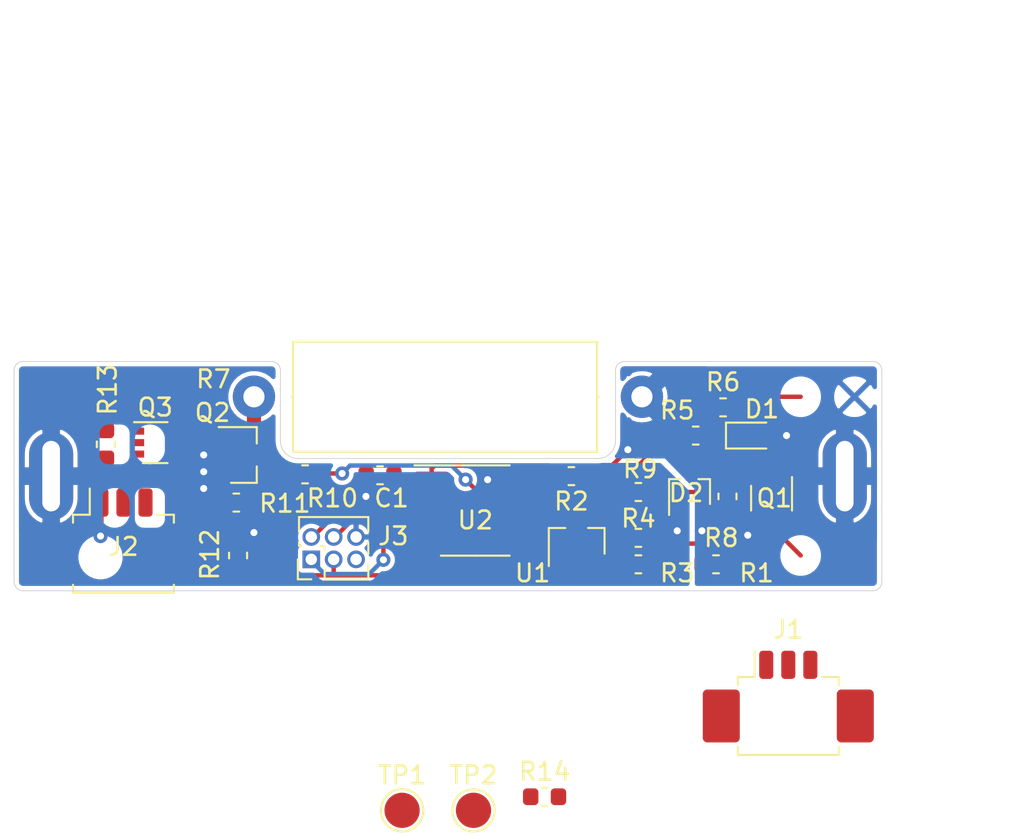
<source format=kicad_pcb>
(kicad_pcb (version 20171130) (host pcbnew "(5.1.10-1-10_14)")

  (general
    (thickness 1.6)
    (drawings 22)
    (tracks 195)
    (zones 0)
    (modules 29)
    (nets 21)
  )

  (page A4)
  (layers
    (0 F.Cu signal)
    (31 B.Cu signal)
    (32 B.Adhes user)
    (33 F.Adhes user)
    (34 B.Paste user)
    (35 F.Paste user)
    (36 B.SilkS user)
    (37 F.SilkS user)
    (38 B.Mask user)
    (39 F.Mask user)
    (40 Dwgs.User user)
    (41 Cmts.User user)
    (42 Eco1.User user)
    (43 Eco2.User user)
    (44 Edge.Cuts user)
    (45 Margin user)
    (46 B.CrtYd user)
    (47 F.CrtYd user)
    (48 B.Fab user)
    (49 F.Fab user hide)
  )

  (setup
    (last_trace_width 0.25)
    (user_trace_width 0.2)
    (user_trace_width 0.3)
    (user_trace_width 0.8)
    (user_trace_width 1)
    (trace_clearance 0.2)
    (zone_clearance 0.25)
    (zone_45_only no)
    (trace_min 0.2)
    (via_size 0.8)
    (via_drill 0.4)
    (via_min_size 0.4)
    (via_min_drill 0.3)
    (user_via 0.8 0.4)
    (uvia_size 0.3)
    (uvia_drill 0.1)
    (uvias_allowed no)
    (uvia_min_size 0.2)
    (uvia_min_drill 0.1)
    (edge_width 0.05)
    (segment_width 0.2)
    (pcb_text_width 0.3)
    (pcb_text_size 1.5 1.5)
    (mod_edge_width 0.12)
    (mod_text_size 1 1)
    (mod_text_width 0.15)
    (pad_size 1.524 1.524)
    (pad_drill 0.762)
    (pad_to_mask_clearance 0)
    (aux_axis_origin 0 0)
    (visible_elements FFFFFF7F)
    (pcbplotparams
      (layerselection 0x010e0_ffffffff)
      (usegerberextensions false)
      (usegerberattributes true)
      (usegerberadvancedattributes true)
      (creategerberjobfile true)
      (excludeedgelayer true)
      (linewidth 0.100000)
      (plotframeref false)
      (viasonmask true)
      (mode 1)
      (useauxorigin false)
      (hpglpennumber 1)
      (hpglpenspeed 20)
      (hpglpendiameter 15.000000)
      (psnegative false)
      (psa4output false)
      (plotreference true)
      (plotvalue true)
      (plotinvisibletext false)
      (padsonsilk false)
      (subtractmaskfromsilk true)
      (outputformat 1)
      (mirror false)
      (drillshape 0)
      (scaleselection 1)
      (outputdirectory "GERBER"))
  )

  (net 0 "")
  (net 1 GND)
  (net 2 /VCC)
  (net 3 "Net-(D1-Pad2)")
  (net 4 "Net-(D1-Pad1)")
  (net 5 /RX)
  (net 6 /TX)
  (net 7 "Net-(Q1-Pad2)")
  (net 8 "Net-(Q2-Pad3)")
  (net 9 "Net-(Q2-Pad1)")
  (net 10 /2V5)
  (net 11 /BAL)
  (net 12 "Net-(D2-Pad2)")
  (net 13 "Net-(D2-Pad1)")
  (net 14 "Net-(J1-Pad2)")
  (net 15 "Net-(J2-Pad3)")
  (net 16 "Net-(J2-Pad2)")
  (net 17 /~REFEN~_UPDI)
  (net 18 "Net-(Q1-Pad1)")
  (net 19 "Net-(Q3-Pad1)")
  (net 20 /FAULT)

  (net_class Default "This is the default net class."
    (clearance 0.2)
    (trace_width 0.25)
    (via_dia 0.8)
    (via_drill 0.4)
    (uvia_dia 0.3)
    (uvia_drill 0.1)
    (add_net /2V5)
    (add_net /BAL)
    (add_net /FAULT)
    (add_net /RX)
    (add_net /TX)
    (add_net /VCC)
    (add_net /~REFEN~_UPDI)
    (add_net GND)
    (add_net "Net-(D1-Pad1)")
    (add_net "Net-(D1-Pad2)")
    (add_net "Net-(D2-Pad1)")
    (add_net "Net-(D2-Pad2)")
    (add_net "Net-(J1-Pad2)")
    (add_net "Net-(J2-Pad2)")
    (add_net "Net-(J2-Pad3)")
    (add_net "Net-(J3-Pad5)")
    (add_net "Net-(Q1-Pad1)")
    (add_net "Net-(Q1-Pad2)")
    (add_net "Net-(Q2-Pad1)")
    (add_net "Net-(Q2-Pad3)")
    (add_net "Net-(Q3-Pad1)")
  )

  (module TestPoint:TestPoint_Pad_D2.0mm (layer F.Cu) (tedit 5A0F774F) (tstamp 637EF46F)
    (at 45.95 44.95)
    (descr "SMD pad as test Point, diameter 2.0mm")
    (tags "test point SMD pad")
    (path /6393F51C)
    (attr virtual)
    (fp_text reference TP2 (at 0 -1.998) (layer F.SilkS)
      (effects (font (size 1 1) (thickness 0.15)))
    )
    (fp_text value TestPoint (at 0 2.05) (layer F.Fab)
      (effects (font (size 1 1) (thickness 0.15)))
    )
    (fp_text user %R (at 0 -2) (layer F.Fab)
      (effects (font (size 1 1) (thickness 0.15)))
    )
    (fp_circle (center 0 0) (end 1.5 0) (layer F.CrtYd) (width 0.05))
    (fp_circle (center 0 0) (end 0 1.2) (layer F.SilkS) (width 0.12))
    (pad 1 smd circle (at 0 0) (size 2 2) (layers F.Cu F.Mask)
      (net 18 "Net-(Q1-Pad1)"))
  )

  (module TestPoint:TestPoint_Pad_D2.0mm (layer F.Cu) (tedit 5A0F774F) (tstamp 637EF467)
    (at 41.9 44.95)
    (descr "SMD pad as test Point, diameter 2.0mm")
    (tags "test point SMD pad")
    (path /6393EAFB)
    (attr virtual)
    (fp_text reference TP1 (at 0 -1.998) (layer F.SilkS)
      (effects (font (size 1 1) (thickness 0.15)))
    )
    (fp_text value TestPoint (at 0 2.05) (layer F.Fab)
      (effects (font (size 1 1) (thickness 0.15)))
    )
    (fp_text user %R (at 0 -2) (layer F.Fab)
      (effects (font (size 1 1) (thickness 0.15)))
    )
    (fp_circle (center 0 0) (end 1.5 0) (layer F.CrtYd) (width 0.05))
    (fp_circle (center 0 0) (end 0 1.2) (layer F.SilkS) (width 0.12))
    (pad 1 smd circle (at 0 0) (size 2 2) (layers F.Cu F.Mask)
      (net 7 "Net-(Q1-Pad2)"))
  )

  (module Resistor_SMD:R_0603_1608Metric (layer F.Cu) (tedit 5B301BBD) (tstamp 637EF45F)
    (at 49.98 44.18)
    (descr "Resistor SMD 0603 (1608 Metric), square (rectangular) end terminal, IPC_7351 nominal, (Body size source: http://www.tortai-tech.com/upload/download/2011102023233369053.pdf), generated with kicad-footprint-generator")
    (tags resistor)
    (path /638021C3)
    (attr smd)
    (fp_text reference R14 (at 0 -1.43) (layer F.SilkS)
      (effects (font (size 1 1) (thickness 0.15)))
    )
    (fp_text value 3K3 (at 0 1.43) (layer F.Fab)
      (effects (font (size 1 1) (thickness 0.15)))
    )
    (fp_text user %R (at 0 0) (layer F.Fab)
      (effects (font (size 0.4 0.4) (thickness 0.06)))
    )
    (fp_line (start -0.8 0.4) (end -0.8 -0.4) (layer F.Fab) (width 0.1))
    (fp_line (start -0.8 -0.4) (end 0.8 -0.4) (layer F.Fab) (width 0.1))
    (fp_line (start 0.8 -0.4) (end 0.8 0.4) (layer F.Fab) (width 0.1))
    (fp_line (start 0.8 0.4) (end -0.8 0.4) (layer F.Fab) (width 0.1))
    (fp_line (start -0.162779 -0.51) (end 0.162779 -0.51) (layer F.SilkS) (width 0.12))
    (fp_line (start -0.162779 0.51) (end 0.162779 0.51) (layer F.SilkS) (width 0.12))
    (fp_line (start -1.48 0.73) (end -1.48 -0.73) (layer F.CrtYd) (width 0.05))
    (fp_line (start -1.48 -0.73) (end 1.48 -0.73) (layer F.CrtYd) (width 0.05))
    (fp_line (start 1.48 -0.73) (end 1.48 0.73) (layer F.CrtYd) (width 0.05))
    (fp_line (start 1.48 0.73) (end -1.48 0.73) (layer F.CrtYd) (width 0.05))
    (pad 2 smd roundrect (at 0.7875 0) (size 0.875 0.95) (layers F.Cu F.Paste F.Mask) (roundrect_rratio 0.25)
      (net 13 "Net-(D2-Pad1)"))
    (pad 1 smd roundrect (at -0.7875 0) (size 0.875 0.95) (layers F.Cu F.Paste F.Mask) (roundrect_rratio 0.25)
      (net 15 "Net-(J2-Pad3)"))
    (model ${KISYS3DMOD}/Resistor_SMD.3dshapes/R_0603_1608Metric.wrl
      (at (xyz 0 0 0))
      (scale (xyz 1 1 1))
      (rotate (xyz 0 0 0))
    )
  )

  (module Resistor_SMD:R_0603_1608Metric (layer F.Cu) (tedit 5B301BBD) (tstamp 637EF44E)
    (at 25.1 24.2 90)
    (descr "Resistor SMD 0603 (1608 Metric), square (rectangular) end terminal, IPC_7351 nominal, (Body size source: http://www.tortai-tech.com/upload/download/2011102023233369053.pdf), generated with kicad-footprint-generator")
    (tags resistor)
    (path /63802482)
    (attr smd)
    (fp_text reference R13 (at 3.1 0.1 90) (layer F.SilkS)
      (effects (font (size 1 1) (thickness 0.15)))
    )
    (fp_text value 3K3 (at 0 1.43 90) (layer F.Fab)
      (effects (font (size 1 1) (thickness 0.15)))
    )
    (fp_text user %R (at 0 0 90) (layer F.Fab)
      (effects (font (size 0.4 0.4) (thickness 0.06)))
    )
    (fp_line (start -0.8 0.4) (end -0.8 -0.4) (layer F.Fab) (width 0.1))
    (fp_line (start -0.8 -0.4) (end 0.8 -0.4) (layer F.Fab) (width 0.1))
    (fp_line (start 0.8 -0.4) (end 0.8 0.4) (layer F.Fab) (width 0.1))
    (fp_line (start 0.8 0.4) (end -0.8 0.4) (layer F.Fab) (width 0.1))
    (fp_line (start -0.162779 -0.51) (end 0.162779 -0.51) (layer F.SilkS) (width 0.12))
    (fp_line (start -0.162779 0.51) (end 0.162779 0.51) (layer F.SilkS) (width 0.12))
    (fp_line (start -1.48 0.73) (end -1.48 -0.73) (layer F.CrtYd) (width 0.05))
    (fp_line (start -1.48 -0.73) (end 1.48 -0.73) (layer F.CrtYd) (width 0.05))
    (fp_line (start 1.48 -0.73) (end 1.48 0.73) (layer F.CrtYd) (width 0.05))
    (fp_line (start 1.48 0.73) (end -1.48 0.73) (layer F.CrtYd) (width 0.05))
    (pad 2 smd roundrect (at 0.7875 0 90) (size 0.875 0.95) (layers F.Cu F.Paste F.Mask) (roundrect_rratio 0.25)
      (net 19 "Net-(Q3-Pad1)"))
    (pad 1 smd roundrect (at -0.7875 0 90) (size 0.875 0.95) (layers F.Cu F.Paste F.Mask) (roundrect_rratio 0.25)
      (net 16 "Net-(J2-Pad2)"))
    (model ${KISYS3DMOD}/Resistor_SMD.3dshapes/R_0603_1608Metric.wrl
      (at (xyz 0 0 0))
      (scale (xyz 1 1 1))
      (rotate (xyz 0 0 0))
    )
  )

  (module Package_TO_SOT_SMD:SOT-363_SC-70-6 (layer F.Cu) (tedit 5A02FF57) (tstamp 637EF2B1)
    (at 27.9 24.1)
    (descr "SOT-363, SC-70-6")
    (tags "SOT-363 SC-70-6")
    (path /63869C51)
    (attr smd)
    (fp_text reference Q3 (at 0 -2) (layer F.SilkS)
      (effects (font (size 1 1) (thickness 0.15)))
    )
    (fp_text value MMDT3946 (at 0 2 180) (layer F.Fab)
      (effects (font (size 1 1) (thickness 0.15)))
    )
    (fp_text user %R (at 0 0 90) (layer F.Fab)
      (effects (font (size 0.5 0.5) (thickness 0.075)))
    )
    (fp_line (start 0.7 -1.16) (end -1.2 -1.16) (layer F.SilkS) (width 0.12))
    (fp_line (start -0.7 1.16) (end 0.7 1.16) (layer F.SilkS) (width 0.12))
    (fp_line (start 1.6 1.4) (end 1.6 -1.4) (layer F.CrtYd) (width 0.05))
    (fp_line (start -1.6 -1.4) (end -1.6 1.4) (layer F.CrtYd) (width 0.05))
    (fp_line (start -1.6 -1.4) (end 1.6 -1.4) (layer F.CrtYd) (width 0.05))
    (fp_line (start 0.675 -1.1) (end -0.175 -1.1) (layer F.Fab) (width 0.1))
    (fp_line (start -0.675 -0.6) (end -0.675 1.1) (layer F.Fab) (width 0.1))
    (fp_line (start -1.6 1.4) (end 1.6 1.4) (layer F.CrtYd) (width 0.05))
    (fp_line (start 0.675 -1.1) (end 0.675 1.1) (layer F.Fab) (width 0.1))
    (fp_line (start 0.675 1.1) (end -0.675 1.1) (layer F.Fab) (width 0.1))
    (fp_line (start -0.175 -1.1) (end -0.675 -0.6) (layer F.Fab) (width 0.1))
    (pad 6 smd rect (at 0.95 -0.65) (size 0.65 0.4) (layers F.Cu F.Paste F.Mask)
      (net 5 /RX))
    (pad 4 smd rect (at 0.95 0.65) (size 0.65 0.4) (layers F.Cu F.Paste F.Mask)
      (net 19 "Net-(Q3-Pad1)"))
    (pad 2 smd rect (at -0.95 0) (size 0.65 0.4) (layers F.Cu F.Paste F.Mask)
      (net 1 GND))
    (pad 5 smd rect (at 0.95 0) (size 0.65 0.4) (layers F.Cu F.Paste F.Mask)
      (net 1 GND))
    (pad 3 smd rect (at -0.95 0.65) (size 0.65 0.4) (layers F.Cu F.Paste F.Mask)
      (net 1 GND))
    (pad 1 smd rect (at -0.95 -0.65) (size 0.65 0.4) (layers F.Cu F.Paste F.Mask)
      (net 19 "Net-(Q3-Pad1)"))
    (model ${KISYS3DMOD}/Package_TO_SOT_SMD.3dshapes/SOT-363_SC-70-6.wrl
      (at (xyz 0 0 0))
      (scale (xyz 1 1 1))
      (rotate (xyz 0 0 0))
    )
  )

  (module Connector_Molex:Molex_PicoBlade_53261-0371_1x03-1MP_P1.25mm_Horizontal (layer F.Cu) (tedit 5B78AD89) (tstamp 637EF229)
    (at 26.1 29.9)
    (descr "Molex PicoBlade series connector, 53261-0371 (http://www.molex.com/pdm_docs/sd/532610271_sd.pdf), generated with kicad-footprint-generator")
    (tags "connector Molex PicoBlade top entry")
    (path /637E334A)
    (attr smd)
    (fp_text reference J2 (at 0 0.1) (layer F.SilkS)
      (effects (font (size 1 1) (thickness 0.15)))
    )
    (fp_text value HX12501-3AWB (at 0 3.8) (layer F.Fab)
      (effects (font (size 1 1) (thickness 0.15)))
    )
    (fp_text user %R (at 0 1.9) (layer F.Fab)
      (effects (font (size 1 1) (thickness 0.15)))
    )
    (fp_line (start -2.75 -1.6) (end 2.75 -1.6) (layer F.Fab) (width 0.1))
    (fp_line (start -2.86 -1.26) (end -2.86 -1.71) (layer F.SilkS) (width 0.12))
    (fp_line (start -2.86 -1.71) (end -1.91 -1.71) (layer F.SilkS) (width 0.12))
    (fp_line (start -1.91 -1.71) (end -1.91 -3.2) (layer F.SilkS) (width 0.12))
    (fp_line (start 2.86 -1.26) (end 2.86 -1.71) (layer F.SilkS) (width 0.12))
    (fp_line (start 2.86 -1.71) (end 1.91 -1.71) (layer F.SilkS) (width 0.12))
    (fp_line (start -2.86 2.26) (end -2.86 2.71) (layer F.SilkS) (width 0.12))
    (fp_line (start -2.86 2.71) (end 2.86 2.71) (layer F.SilkS) (width 0.12))
    (fp_line (start 2.86 2.71) (end 2.86 2.26) (layer F.SilkS) (width 0.12))
    (fp_line (start -2.75 2.6) (end 2.75 2.6) (layer F.Fab) (width 0.1))
    (fp_line (start -2.75 -1.6) (end -2.75 2.6) (layer F.Fab) (width 0.1))
    (fp_line (start 2.75 -1.6) (end 2.75 2.6) (layer F.Fab) (width 0.1))
    (fp_line (start -2.75 -0.6) (end -4.25 -0.6) (layer F.Fab) (width 0.1))
    (fp_line (start -4.25 -0.6) (end -4.45 -0.4) (layer F.Fab) (width 0.1))
    (fp_line (start -4.45 -0.4) (end -4.45 1.4) (layer F.Fab) (width 0.1))
    (fp_line (start -4.45 1.4) (end -4.25 1.6) (layer F.Fab) (width 0.1))
    (fp_line (start -4.25 1.6) (end -4.25 2.2) (layer F.Fab) (width 0.1))
    (fp_line (start -4.25 2.2) (end -2.75 2.2) (layer F.Fab) (width 0.1))
    (fp_line (start 2.75 -0.6) (end 4.25 -0.6) (layer F.Fab) (width 0.1))
    (fp_line (start 4.25 -0.6) (end 4.45 -0.4) (layer F.Fab) (width 0.1))
    (fp_line (start 4.45 -0.4) (end 4.45 1.4) (layer F.Fab) (width 0.1))
    (fp_line (start 4.45 1.4) (end 4.25 1.6) (layer F.Fab) (width 0.1))
    (fp_line (start 4.25 1.6) (end 4.25 2.2) (layer F.Fab) (width 0.1))
    (fp_line (start 4.25 2.2) (end 2.75 2.2) (layer F.Fab) (width 0.1))
    (fp_line (start -5.35 -3.7) (end -5.35 3.1) (layer F.CrtYd) (width 0.05))
    (fp_line (start -5.35 3.1) (end 5.35 3.1) (layer F.CrtYd) (width 0.05))
    (fp_line (start 5.35 3.1) (end 5.35 -3.7) (layer F.CrtYd) (width 0.05))
    (fp_line (start 5.35 -3.7) (end -5.35 -3.7) (layer F.CrtYd) (width 0.05))
    (fp_line (start -1.75 -1.6) (end -1.25 -0.892893) (layer F.Fab) (width 0.1))
    (fp_line (start -1.25 -0.892893) (end -0.75 -1.6) (layer F.Fab) (width 0.1))
    (pad MP smd roundrect (at 3.8 0.5) (size 2.1 3) (layers F.Cu F.Paste F.Mask) (roundrect_rratio 0.119048))
    (pad MP smd roundrect (at -3.8 0.5) (size 2.1 3) (layers F.Cu F.Paste F.Mask) (roundrect_rratio 0.119048))
    (pad 3 smd roundrect (at 1.25 -2.4) (size 0.8 1.6) (layers F.Cu F.Paste F.Mask) (roundrect_rratio 0.25)
      (net 15 "Net-(J2-Pad3)"))
    (pad 2 smd roundrect (at 0 -2.4) (size 0.8 1.6) (layers F.Cu F.Paste F.Mask) (roundrect_rratio 0.25)
      (net 16 "Net-(J2-Pad2)"))
    (pad 1 smd roundrect (at -1.25 -2.4) (size 0.8 1.6) (layers F.Cu F.Paste F.Mask) (roundrect_rratio 0.25)
      (net 1 GND))
    (model ${KISYS3DMOD}/Connector_Molex.3dshapes/Molex_PicoBlade_53261-0371_1x03-1MP_P1.25mm_Horizontal.wrl
      (at (xyz 0 0 0))
      (scale (xyz 1 1 1))
      (rotate (xyz 0 0 0))
    )
  )

  (module Connector_Molex:Molex_PicoBlade_53261-0371_1x03-1MP_P1.25mm_Horizontal (layer F.Cu) (tedit 5B78AD89) (tstamp 637EF201)
    (at 63.8 39.1)
    (descr "Molex PicoBlade series connector, 53261-0371 (http://www.molex.com/pdm_docs/sd/532610271_sd.pdf), generated with kicad-footprint-generator")
    (tags "connector Molex PicoBlade top entry")
    (path /637D1998)
    (attr smd)
    (fp_text reference J1 (at 0 -4.4) (layer F.SilkS)
      (effects (font (size 1 1) (thickness 0.15)))
    )
    (fp_text value HX12501-3AWB (at 0 3.8) (layer F.Fab)
      (effects (font (size 1 1) (thickness 0.15)))
    )
    (fp_text user %R (at 0 1.9) (layer F.Fab)
      (effects (font (size 1 1) (thickness 0.15)))
    )
    (fp_line (start -2.75 -1.6) (end 2.75 -1.6) (layer F.Fab) (width 0.1))
    (fp_line (start -2.86 -1.26) (end -2.86 -1.71) (layer F.SilkS) (width 0.12))
    (fp_line (start -2.86 -1.71) (end -1.91 -1.71) (layer F.SilkS) (width 0.12))
    (fp_line (start -1.91 -1.71) (end -1.91 -3.2) (layer F.SilkS) (width 0.12))
    (fp_line (start 2.86 -1.26) (end 2.86 -1.71) (layer F.SilkS) (width 0.12))
    (fp_line (start 2.86 -1.71) (end 1.91 -1.71) (layer F.SilkS) (width 0.12))
    (fp_line (start -2.86 2.26) (end -2.86 2.71) (layer F.SilkS) (width 0.12))
    (fp_line (start -2.86 2.71) (end 2.86 2.71) (layer F.SilkS) (width 0.12))
    (fp_line (start 2.86 2.71) (end 2.86 2.26) (layer F.SilkS) (width 0.12))
    (fp_line (start -2.75 2.6) (end 2.75 2.6) (layer F.Fab) (width 0.1))
    (fp_line (start -2.75 -1.6) (end -2.75 2.6) (layer F.Fab) (width 0.1))
    (fp_line (start 2.75 -1.6) (end 2.75 2.6) (layer F.Fab) (width 0.1))
    (fp_line (start -2.75 -0.6) (end -4.25 -0.6) (layer F.Fab) (width 0.1))
    (fp_line (start -4.25 -0.6) (end -4.45 -0.4) (layer F.Fab) (width 0.1))
    (fp_line (start -4.45 -0.4) (end -4.45 1.4) (layer F.Fab) (width 0.1))
    (fp_line (start -4.45 1.4) (end -4.25 1.6) (layer F.Fab) (width 0.1))
    (fp_line (start -4.25 1.6) (end -4.25 2.2) (layer F.Fab) (width 0.1))
    (fp_line (start -4.25 2.2) (end -2.75 2.2) (layer F.Fab) (width 0.1))
    (fp_line (start 2.75 -0.6) (end 4.25 -0.6) (layer F.Fab) (width 0.1))
    (fp_line (start 4.25 -0.6) (end 4.45 -0.4) (layer F.Fab) (width 0.1))
    (fp_line (start 4.45 -0.4) (end 4.45 1.4) (layer F.Fab) (width 0.1))
    (fp_line (start 4.45 1.4) (end 4.25 1.6) (layer F.Fab) (width 0.1))
    (fp_line (start 4.25 1.6) (end 4.25 2.2) (layer F.Fab) (width 0.1))
    (fp_line (start 4.25 2.2) (end 2.75 2.2) (layer F.Fab) (width 0.1))
    (fp_line (start -5.35 -3.7) (end -5.35 3.1) (layer F.CrtYd) (width 0.05))
    (fp_line (start -5.35 3.1) (end 5.35 3.1) (layer F.CrtYd) (width 0.05))
    (fp_line (start 5.35 3.1) (end 5.35 -3.7) (layer F.CrtYd) (width 0.05))
    (fp_line (start 5.35 -3.7) (end -5.35 -3.7) (layer F.CrtYd) (width 0.05))
    (fp_line (start -1.75 -1.6) (end -1.25 -0.892893) (layer F.Fab) (width 0.1))
    (fp_line (start -1.25 -0.892893) (end -0.75 -1.6) (layer F.Fab) (width 0.1))
    (pad MP smd roundrect (at 3.8 0.5) (size 2.1 3) (layers F.Cu F.Paste F.Mask) (roundrect_rratio 0.119048))
    (pad MP smd roundrect (at -3.8 0.5) (size 2.1 3) (layers F.Cu F.Paste F.Mask) (roundrect_rratio 0.119048))
    (pad 3 smd roundrect (at 1.25 -2.4) (size 0.8 1.6) (layers F.Cu F.Paste F.Mask) (roundrect_rratio 0.25)
      (net 12 "Net-(D2-Pad2)"))
    (pad 2 smd roundrect (at 0 -2.4) (size 0.8 1.6) (layers F.Cu F.Paste F.Mask) (roundrect_rratio 0.25)
      (net 14 "Net-(J1-Pad2)"))
    (pad 1 smd roundrect (at -1.25 -2.4) (size 0.8 1.6) (layers F.Cu F.Paste F.Mask) (roundrect_rratio 0.25)
      (net 3 "Net-(D1-Pad2)"))
    (model ${KISYS3DMOD}/Connector_Molex.3dshapes/Molex_PicoBlade_53261-0371_1x03-1MP_P1.25mm_Horizontal.wrl
      (at (xyz 0 0 0))
      (scale (xyz 1 1 1))
      (rotate (xyz 0 0 0))
    )
  )

  (module Resistor_SMD:R_0603_1608Metric (layer F.Cu) (tedit 5B301BBD) (tstamp 61906379)
    (at 55.3 31 180)
    (descr "Resistor SMD 0603 (1608 Metric), square (rectangular) end terminal, IPC_7351 nominal, (Body size source: http://www.tortai-tech.com/upload/download/2011102023233369053.pdf), generated with kicad-footprint-generator")
    (tags resistor)
    (path /618BDBC4)
    (attr smd)
    (fp_text reference R3 (at -2.2 -0.5) (layer F.SilkS)
      (effects (font (size 1 1) (thickness 0.15)))
    )
    (fp_text value 220k (at 0 1.43) (layer F.Fab)
      (effects (font (size 1 1) (thickness 0.15)))
    )
    (fp_line (start -0.8 0.4) (end -0.8 -0.4) (layer F.Fab) (width 0.1))
    (fp_line (start -0.8 -0.4) (end 0.8 -0.4) (layer F.Fab) (width 0.1))
    (fp_line (start 0.8 -0.4) (end 0.8 0.4) (layer F.Fab) (width 0.1))
    (fp_line (start 0.8 0.4) (end -0.8 0.4) (layer F.Fab) (width 0.1))
    (fp_line (start -0.162779 -0.51) (end 0.162779 -0.51) (layer F.SilkS) (width 0.12))
    (fp_line (start -0.162779 0.51) (end 0.162779 0.51) (layer F.SilkS) (width 0.12))
    (fp_line (start -1.48 0.73) (end -1.48 -0.73) (layer F.CrtYd) (width 0.05))
    (fp_line (start -1.48 -0.73) (end 1.48 -0.73) (layer F.CrtYd) (width 0.05))
    (fp_line (start 1.48 -0.73) (end 1.48 0.73) (layer F.CrtYd) (width 0.05))
    (fp_line (start 1.48 0.73) (end -1.48 0.73) (layer F.CrtYd) (width 0.05))
    (fp_text user %R (at 0 0) (layer F.Fab)
      (effects (font (size 0.4 0.4) (thickness 0.06)))
    )
    (pad 2 smd roundrect (at 0.7875 0 180) (size 0.875 0.95) (layers F.Cu F.Paste F.Mask) (roundrect_rratio 0.25)
      (net 5 /RX))
    (pad 1 smd roundrect (at -0.7875 0 180) (size 0.875 0.95) (layers F.Cu F.Paste F.Mask) (roundrect_rratio 0.25)
      (net 3 "Net-(D1-Pad2)"))
    (model ${KISYS3DMOD}/Resistor_SMD.3dshapes/R_0603_1608Metric.wrl
      (at (xyz 0 0 0))
      (scale (xyz 1 1 1))
      (rotate (xyz 0 0 0))
    )
  )

  (module Package_SO:SOIC-8_3.9x4.9mm_P1.27mm (layer F.Cu) (tedit 5D9F72B1) (tstamp 618BFD38)
    (at 46.05 27.95)
    (descr "SOIC, 8 Pin (JEDEC MS-012AA, https://www.analog.com/media/en/package-pcb-resources/package/pkg_pdf/soic_narrow-r/r_8.pdf), generated with kicad-footprint-generator ipc_gullwing_generator.py")
    (tags "SOIC SO")
    (path /618B7840)
    (attr smd)
    (fp_text reference U2 (at 0 0.55) (layer F.SilkS)
      (effects (font (size 1 1) (thickness 0.15)))
    )
    (fp_text value ATtiny202-SS (at 0 3.4) (layer F.Fab)
      (effects (font (size 1 1) (thickness 0.15)))
    )
    (fp_line (start 0 2.56) (end 1.95 2.56) (layer F.SilkS) (width 0.12))
    (fp_line (start 0 2.56) (end -1.95 2.56) (layer F.SilkS) (width 0.12))
    (fp_line (start 0 -2.56) (end 1.95 -2.56) (layer F.SilkS) (width 0.12))
    (fp_line (start 0 -2.56) (end -3.45 -2.56) (layer F.SilkS) (width 0.12))
    (fp_line (start -0.975 -2.45) (end 1.95 -2.45) (layer F.Fab) (width 0.1))
    (fp_line (start 1.95 -2.45) (end 1.95 2.45) (layer F.Fab) (width 0.1))
    (fp_line (start 1.95 2.45) (end -1.95 2.45) (layer F.Fab) (width 0.1))
    (fp_line (start -1.95 2.45) (end -1.95 -1.475) (layer F.Fab) (width 0.1))
    (fp_line (start -1.95 -1.475) (end -0.975 -2.45) (layer F.Fab) (width 0.1))
    (fp_line (start -3.7 -2.7) (end -3.7 2.7) (layer F.CrtYd) (width 0.05))
    (fp_line (start -3.7 2.7) (end 3.7 2.7) (layer F.CrtYd) (width 0.05))
    (fp_line (start 3.7 2.7) (end 3.7 -2.7) (layer F.CrtYd) (width 0.05))
    (fp_line (start 3.7 -2.7) (end -3.7 -2.7) (layer F.CrtYd) (width 0.05))
    (fp_text user %R (at 0 0) (layer F.Fab)
      (effects (font (size 0.98 0.98) (thickness 0.15)))
    )
    (pad 8 smd roundrect (at 2.475 -1.905) (size 1.95 0.6) (layers F.Cu F.Paste F.Mask) (roundrect_rratio 0.25)
      (net 1 GND))
    (pad 7 smd roundrect (at 2.475 -0.635) (size 1.95 0.6) (layers F.Cu F.Paste F.Mask) (roundrect_rratio 0.25)
      (net 11 /BAL))
    (pad 6 smd roundrect (at 2.475 0.635) (size 1.95 0.6) (layers F.Cu F.Paste F.Mask) (roundrect_rratio 0.25)
      (net 17 /~REFEN~_UPDI))
    (pad 5 smd roundrect (at 2.475 1.905) (size 1.95 0.6) (layers F.Cu F.Paste F.Mask) (roundrect_rratio 0.25)
      (net 20 /FAULT))
    (pad 4 smd roundrect (at -2.475 1.905) (size 1.95 0.6) (layers F.Cu F.Paste F.Mask) (roundrect_rratio 0.25)
      (net 10 /2V5))
    (pad 3 smd roundrect (at -2.475 0.635) (size 1.95 0.6) (layers F.Cu F.Paste F.Mask) (roundrect_rratio 0.25)
      (net 5 /RX))
    (pad 2 smd roundrect (at -2.475 -0.635) (size 1.95 0.6) (layers F.Cu F.Paste F.Mask) (roundrect_rratio 0.25)
      (net 6 /TX))
    (pad 1 smd roundrect (at -2.475 -1.905) (size 1.95 0.6) (layers F.Cu F.Paste F.Mask) (roundrect_rratio 0.25)
      (net 2 /VCC))
    (model ${KISYS3DMOD}/Package_SO.3dshapes/SOIC-8_3.9x4.9mm_P1.27mm.wrl
      (at (xyz 0 0 0))
      (scale (xyz 1 1 1))
      (rotate (xyz 0 0 0))
    )
  )

  (module Connector_PinHeader_1.27mm:PinHeader_2x03_P1.27mm_Vertical (layer F.Cu) (tedit 59FED6E3) (tstamp 618FDAB0)
    (at 36.75 30.72 90)
    (descr "Through hole straight pin header, 2x03, 1.27mm pitch, double rows")
    (tags "Through hole pin header THT 2x03 1.27mm double row")
    (path /618FA021)
    (fp_text reference J3 (at 1.32 4.65 180) (layer F.SilkS)
      (effects (font (size 1 1) (thickness 0.15)))
    )
    (fp_text value "UPDI Port" (at 0.635 4.235 90) (layer F.Fab)
      (effects (font (size 1 1) (thickness 0.15)))
    )
    (fp_line (start 2.85 -1.15) (end -1.6 -1.15) (layer F.CrtYd) (width 0.05))
    (fp_line (start 2.85 3.7) (end 2.85 -1.15) (layer F.CrtYd) (width 0.05))
    (fp_line (start -1.6 3.7) (end 2.85 3.7) (layer F.CrtYd) (width 0.05))
    (fp_line (start -1.6 -1.15) (end -1.6 3.7) (layer F.CrtYd) (width 0.05))
    (fp_line (start -1.13 -0.76) (end 0 -0.76) (layer F.SilkS) (width 0.12))
    (fp_line (start -1.13 0) (end -1.13 -0.76) (layer F.SilkS) (width 0.12))
    (fp_line (start 1.57753 -0.695) (end 2.4 -0.695) (layer F.SilkS) (width 0.12))
    (fp_line (start 0.76 -0.695) (end 0.96247 -0.695) (layer F.SilkS) (width 0.12))
    (fp_line (start 0.76 -0.563471) (end 0.76 -0.695) (layer F.SilkS) (width 0.12))
    (fp_line (start 0.76 0.706529) (end 0.76 0.563471) (layer F.SilkS) (width 0.12))
    (fp_line (start 0.563471 0.76) (end 0.706529 0.76) (layer F.SilkS) (width 0.12))
    (fp_line (start -1.13 0.76) (end -0.563471 0.76) (layer F.SilkS) (width 0.12))
    (fp_line (start 2.4 -0.695) (end 2.4 3.235) (layer F.SilkS) (width 0.12))
    (fp_line (start -1.13 0.76) (end -1.13 3.235) (layer F.SilkS) (width 0.12))
    (fp_line (start 0.30753 3.235) (end 0.96247 3.235) (layer F.SilkS) (width 0.12))
    (fp_line (start 1.57753 3.235) (end 2.4 3.235) (layer F.SilkS) (width 0.12))
    (fp_line (start -1.13 3.235) (end -0.30753 3.235) (layer F.SilkS) (width 0.12))
    (fp_line (start -1.07 0.2175) (end -0.2175 -0.635) (layer F.Fab) (width 0.1))
    (fp_line (start -1.07 3.175) (end -1.07 0.2175) (layer F.Fab) (width 0.1))
    (fp_line (start 2.34 3.175) (end -1.07 3.175) (layer F.Fab) (width 0.1))
    (fp_line (start 2.34 -0.635) (end 2.34 3.175) (layer F.Fab) (width 0.1))
    (fp_line (start -0.2175 -0.635) (end 2.34 -0.635) (layer F.Fab) (width 0.1))
    (fp_text user %R (at 0.635 1.27) (layer F.Fab)
      (effects (font (size 1 1) (thickness 0.15)))
    )
    (pad 6 thru_hole oval (at 1.27 2.54 90) (size 1 1) (drill 0.65) (layers *.Cu *.Mask)
      (net 1 GND))
    (pad 5 thru_hole oval (at 0 2.54 90) (size 1 1) (drill 0.65) (layers *.Cu *.Mask))
    (pad 4 thru_hole oval (at 1.27 1.27 90) (size 1 1) (drill 0.65) (layers *.Cu *.Mask)
      (net 6 /TX))
    (pad 3 thru_hole oval (at 0 1.27 90) (size 1 1) (drill 0.65) (layers *.Cu *.Mask)
      (net 5 /RX))
    (pad 2 thru_hole oval (at 1.27 0 90) (size 1 1) (drill 0.65) (layers *.Cu *.Mask)
      (net 2 /VCC))
    (pad 1 thru_hole rect (at 0 0 90) (size 1 1) (drill 0.65) (layers *.Cu *.Mask)
      (net 17 /~REFEN~_UPDI))
    (model ${KISYS3DMOD}/Connector_PinHeader_1.27mm.3dshapes/PinHeader_2x03_P1.27mm_Vertical.wrl
      (at (xyz 0 0 0))
      (scale (xyz 1 1 1))
      (rotate (xyz 0 0 0))
    )
  )

  (module EdsKicadLibrary:R_Axial_L17.0mm_D6.0mm_P22mm_Horizontal (layer F.Cu) (tedit 618F85BB) (tstamp 6190F7F5)
    (at 44.5 21.5 180)
    (descr "Resistor, Axial, Horizontal, pin pitch=22mm, 5W, length*diameter=17*6mm^2")
    (tags "Resistor Axial Horizontal pin pitch 22mm 5W length 17mm diameter 6mm")
    (path /6197C24F)
    (fp_text reference R7 (at 13.3 1) (layer F.SilkS)
      (effects (font (size 1 1) (thickness 0.15)))
    )
    (fp_text value 4R7 (at 0.16 4.12) (layer F.Fab)
      (effects (font (size 1 1) (thickness 0.15)))
    )
    (fp_line (start -8.34 -3) (end -8.34 3) (layer F.Fab) (width 0.1))
    (fp_line (start -8.34 3) (end 8.66 3) (layer F.Fab) (width 0.1))
    (fp_line (start 8.66 3) (end 8.66 -3) (layer F.Fab) (width 0.1))
    (fp_line (start 8.66 -3) (end -8.34 -3) (layer F.Fab) (width 0.1))
    (fp_line (start -10 0) (end -8.34 0) (layer F.Fab) (width 0.1))
    (fp_line (start 10.32 0) (end 8.66 0) (layer F.Fab) (width 0.1))
    (fp_line (start -8.46 -3.12) (end -8.46 3.12) (layer F.SilkS) (width 0.12))
    (fp_line (start -8.46 3.12) (end 8.78 3.12) (layer F.SilkS) (width 0.12))
    (fp_line (start 8.78 3.12) (end 8.78 -3.12) (layer F.SilkS) (width 0.12))
    (fp_line (start 8.78 -3.12) (end -8.46 -3.12) (layer F.SilkS) (width 0.12))
    (fp_line (start -8.56 0) (end -8.46 0) (layer F.SilkS) (width 0.12))
    (fp_line (start 8.88 0) (end 8.78 0) (layer F.SilkS) (width 0.12))
    (fp_line (start -11.45 -3.25) (end -11.45 3.25) (layer F.CrtYd) (width 0.05))
    (fp_line (start -11.45 3.25) (end 11.77 3.25) (layer F.CrtYd) (width 0.05))
    (fp_line (start 11.77 3.25) (end 11.77 -3.25) (layer F.CrtYd) (width 0.05))
    (fp_line (start 11.77 -3.25) (end -11.45 -3.25) (layer F.CrtYd) (width 0.05))
    (fp_text user %R (at 0.16 0) (layer F.Fab)
      (effects (font (size 1 1) (thickness 0.15)))
    )
    (pad 2 thru_hole oval (at 11 0 180) (size 2.4 2.4) (drill 1.2) (layers *.Cu *.Mask)
      (net 8 "Net-(Q2-Pad3)"))
    (pad 1 thru_hole circle (at -11 0 180) (size 2.4 2.4) (drill 1.2) (layers *.Cu *.Mask)
      (net 3 "Net-(D1-Pad2)"))
    (model ${KISYS3DMOD}/Resistor_THT.3dshapes/R_Axial_DIN0617_L17.0mm_D6.0mm_P20.32mm_Horizontal.wrl
      (offset (xyz -10.2 0 0))
      (scale (xyz 1 1 1))
      (rotate (xyz 0 0 0))
    )
  )

  (module "EdsKicadLibrary:Terminal tag 3.2mm slot" (layer F.Cu) (tedit 618F7121) (tstamp 618BFB73)
    (at 22 26)
    (path /619AE056)
    (fp_text reference H2 (at 0 0.5) (layer F.SilkS) hide
      (effects (font (size 1 1) (thickness 0.15)))
    )
    (fp_text value "(-)" (at 0 -0.5) (layer F.Fab)
      (effects (font (size 1 1) (thickness 0.15)))
    )
    (pad 1 thru_hole oval (at 0 0) (size 2.5 5) (drill oval 1 4) (layers *.Cu *.Mask)
      (net 1 GND))
  )

  (module "EdsKicadLibrary:Terminal tag 3.2mm slot" (layer F.Cu) (tedit 618F7121) (tstamp 618FDB04)
    (at 67 26)
    (path /619BC9A2)
    (fp_text reference H1 (at 0 0.5) (layer F.SilkS) hide
      (effects (font (size 1 1) (thickness 0.15)))
    )
    (fp_text value "(+)" (at 0 -0.5) (layer F.Fab)
      (effects (font (size 1 1) (thickness 0.15)))
    )
    (pad 1 thru_hole oval (at 0 0) (size 2.5 5) (drill oval 1 4) (layers *.Cu *.Mask)
      (net 3 "Net-(D1-Pad2)"))
  )

  (module Package_TO_SOT_SMD:SOT-23 (layer F.Cu) (tedit 5A02FF57) (tstamp 618BFD1E)
    (at 51.8 29.7 90)
    (descr "SOT-23, Standard")
    (tags SOT-23)
    (path /618EB375)
    (attr smd)
    (fp_text reference U1 (at -1.8 -2.5 180) (layer F.SilkS)
      (effects (font (size 1 1) (thickness 0.15)))
    )
    (fp_text value TL431DBZ (at 0 2.5 90) (layer F.Fab)
      (effects (font (size 1 1) (thickness 0.15)))
    )
    (fp_line (start -0.7 -0.95) (end -0.7 1.5) (layer F.Fab) (width 0.1))
    (fp_line (start -0.15 -1.52) (end 0.7 -1.52) (layer F.Fab) (width 0.1))
    (fp_line (start -0.7 -0.95) (end -0.15 -1.52) (layer F.Fab) (width 0.1))
    (fp_line (start 0.7 -1.52) (end 0.7 1.52) (layer F.Fab) (width 0.1))
    (fp_line (start -0.7 1.52) (end 0.7 1.52) (layer F.Fab) (width 0.1))
    (fp_line (start 0.76 1.58) (end 0.76 0.65) (layer F.SilkS) (width 0.12))
    (fp_line (start 0.76 -1.58) (end 0.76 -0.65) (layer F.SilkS) (width 0.12))
    (fp_line (start -1.7 -1.75) (end 1.7 -1.75) (layer F.CrtYd) (width 0.05))
    (fp_line (start 1.7 -1.75) (end 1.7 1.75) (layer F.CrtYd) (width 0.05))
    (fp_line (start 1.7 1.75) (end -1.7 1.75) (layer F.CrtYd) (width 0.05))
    (fp_line (start -1.7 1.75) (end -1.7 -1.75) (layer F.CrtYd) (width 0.05))
    (fp_line (start 0.76 -1.58) (end -1.4 -1.58) (layer F.SilkS) (width 0.12))
    (fp_line (start 0.76 1.58) (end -0.7 1.58) (layer F.SilkS) (width 0.12))
    (fp_text user %R (at 0 0) (layer F.Fab)
      (effects (font (size 0.5 0.5) (thickness 0.075)))
    )
    (pad 3 smd rect (at 1 0 90) (size 0.9 0.8) (layers F.Cu F.Paste F.Mask)
      (net 17 /~REFEN~_UPDI))
    (pad 2 smd rect (at -1 0.95 90) (size 0.9 0.8) (layers F.Cu F.Paste F.Mask)
      (net 10 /2V5))
    (pad 1 smd rect (at -1 -0.95 90) (size 0.9 0.8) (layers F.Cu F.Paste F.Mask)
      (net 10 /2V5))
    (model ${KISYS3DMOD}/Package_TO_SOT_SMD.3dshapes/SOT-23.wrl
      (at (xyz 0 0 0))
      (scale (xyz 1 1 1))
      (rotate (xyz 0 0 0))
    )
  )

  (module Resistor_SMD:R_0603_1608Metric (layer F.Cu) (tedit 5B301BBD) (tstamp 618FED9C)
    (at 32.6 30.5 90)
    (descr "Resistor SMD 0603 (1608 Metric), square (rectangular) end terminal, IPC_7351 nominal, (Body size source: http://www.tortai-tech.com/upload/download/2011102023233369053.pdf), generated with kicad-footprint-generator")
    (tags resistor)
    (path /618C0FB9)
    (attr smd)
    (fp_text reference R12 (at 0.05 -1.6 270) (layer F.SilkS)
      (effects (font (size 1 1) (thickness 0.15)))
    )
    (fp_text value 150k (at 0 1.43 90) (layer F.Fab)
      (effects (font (size 1 1) (thickness 0.15)))
    )
    (fp_line (start -0.8 0.4) (end -0.8 -0.4) (layer F.Fab) (width 0.1))
    (fp_line (start -0.8 -0.4) (end 0.8 -0.4) (layer F.Fab) (width 0.1))
    (fp_line (start 0.8 -0.4) (end 0.8 0.4) (layer F.Fab) (width 0.1))
    (fp_line (start 0.8 0.4) (end -0.8 0.4) (layer F.Fab) (width 0.1))
    (fp_line (start -0.162779 -0.51) (end 0.162779 -0.51) (layer F.SilkS) (width 0.12))
    (fp_line (start -0.162779 0.51) (end 0.162779 0.51) (layer F.SilkS) (width 0.12))
    (fp_line (start -1.48 0.73) (end -1.48 -0.73) (layer F.CrtYd) (width 0.05))
    (fp_line (start -1.48 -0.73) (end 1.48 -0.73) (layer F.CrtYd) (width 0.05))
    (fp_line (start 1.48 -0.73) (end 1.48 0.73) (layer F.CrtYd) (width 0.05))
    (fp_line (start 1.48 0.73) (end -1.48 0.73) (layer F.CrtYd) (width 0.05))
    (fp_text user %R (at 0 0 90) (layer F.Fab)
      (effects (font (size 0.4 0.4) (thickness 0.06)))
    )
    (pad 2 smd roundrect (at 0.7875 0 90) (size 0.875 0.95) (layers F.Cu F.Paste F.Mask) (roundrect_rratio 0.25)
      (net 1 GND))
    (pad 1 smd roundrect (at -0.7875 0 90) (size 0.875 0.95) (layers F.Cu F.Paste F.Mask) (roundrect_rratio 0.25)
      (net 19 "Net-(Q3-Pad1)"))
    (model ${KISYS3DMOD}/Resistor_SMD.3dshapes/R_0603_1608Metric.wrl
      (at (xyz 0 0 0))
      (scale (xyz 1 1 1))
      (rotate (xyz 0 0 0))
    )
  )

  (module Resistor_SMD:R_0603_1608Metric (layer F.Cu) (tedit 5B301BBD) (tstamp 618BFCE7)
    (at 32.5 27.5 180)
    (descr "Resistor SMD 0603 (1608 Metric), square (rectangular) end terminal, IPC_7351 nominal, (Body size source: http://www.tortai-tech.com/upload/download/2011102023233369053.pdf), generated with kicad-footprint-generator")
    (tags resistor)
    (path /619AA0B3)
    (attr smd)
    (fp_text reference R11 (at -2.75 -0.05) (layer F.SilkS)
      (effects (font (size 1 1) (thickness 0.15)))
    )
    (fp_text value 220k (at 0 1.43) (layer F.Fab)
      (effects (font (size 1 1) (thickness 0.15)))
    )
    (fp_line (start -0.8 0.4) (end -0.8 -0.4) (layer F.Fab) (width 0.1))
    (fp_line (start -0.8 -0.4) (end 0.8 -0.4) (layer F.Fab) (width 0.1))
    (fp_line (start 0.8 -0.4) (end 0.8 0.4) (layer F.Fab) (width 0.1))
    (fp_line (start 0.8 0.4) (end -0.8 0.4) (layer F.Fab) (width 0.1))
    (fp_line (start -0.162779 -0.51) (end 0.162779 -0.51) (layer F.SilkS) (width 0.12))
    (fp_line (start -0.162779 0.51) (end 0.162779 0.51) (layer F.SilkS) (width 0.12))
    (fp_line (start -1.48 0.73) (end -1.48 -0.73) (layer F.CrtYd) (width 0.05))
    (fp_line (start -1.48 -0.73) (end 1.48 -0.73) (layer F.CrtYd) (width 0.05))
    (fp_line (start 1.48 -0.73) (end 1.48 0.73) (layer F.CrtYd) (width 0.05))
    (fp_line (start 1.48 0.73) (end -1.48 0.73) (layer F.CrtYd) (width 0.05))
    (fp_text user %R (at 0 0) (layer F.Fab)
      (effects (font (size 0.4 0.4) (thickness 0.06)))
    )
    (pad 2 smd roundrect (at 0.7875 0 180) (size 0.875 0.95) (layers F.Cu F.Paste F.Mask) (roundrect_rratio 0.25)
      (net 1 GND))
    (pad 1 smd roundrect (at -0.7875 0 180) (size 0.875 0.95) (layers F.Cu F.Paste F.Mask) (roundrect_rratio 0.25)
      (net 9 "Net-(Q2-Pad1)"))
    (model ${KISYS3DMOD}/Resistor_SMD.3dshapes/R_0603_1608Metric.wrl
      (at (xyz 0 0 0))
      (scale (xyz 1 1 1))
      (rotate (xyz 0 0 0))
    )
  )

  (module Resistor_SMD:R_0603_1608Metric (layer F.Cu) (tedit 5B301BBD) (tstamp 618BFCD6)
    (at 36.4 25.9 180)
    (descr "Resistor SMD 0603 (1608 Metric), square (rectangular) end terminal, IPC_7351 nominal, (Body size source: http://www.tortai-tech.com/upload/download/2011102023233369053.pdf), generated with kicad-footprint-generator")
    (tags resistor)
    (path /619AD1FF)
    (attr smd)
    (fp_text reference R10 (at -1.55 -1.35) (layer F.SilkS)
      (effects (font (size 1 1) (thickness 0.15)))
    )
    (fp_text value 3K3 (at 0 1.43) (layer F.Fab)
      (effects (font (size 1 1) (thickness 0.15)))
    )
    (fp_line (start -0.8 0.4) (end -0.8 -0.4) (layer F.Fab) (width 0.1))
    (fp_line (start -0.8 -0.4) (end 0.8 -0.4) (layer F.Fab) (width 0.1))
    (fp_line (start 0.8 -0.4) (end 0.8 0.4) (layer F.Fab) (width 0.1))
    (fp_line (start 0.8 0.4) (end -0.8 0.4) (layer F.Fab) (width 0.1))
    (fp_line (start -0.162779 -0.51) (end 0.162779 -0.51) (layer F.SilkS) (width 0.12))
    (fp_line (start -0.162779 0.51) (end 0.162779 0.51) (layer F.SilkS) (width 0.12))
    (fp_line (start -1.48 0.73) (end -1.48 -0.73) (layer F.CrtYd) (width 0.05))
    (fp_line (start -1.48 -0.73) (end 1.48 -0.73) (layer F.CrtYd) (width 0.05))
    (fp_line (start 1.48 -0.73) (end 1.48 0.73) (layer F.CrtYd) (width 0.05))
    (fp_line (start 1.48 0.73) (end -1.48 0.73) (layer F.CrtYd) (width 0.05))
    (fp_text user %R (at 0 0) (layer F.Fab)
      (effects (font (size 0.4 0.4) (thickness 0.06)))
    )
    (pad 2 smd roundrect (at 0.7875 0 180) (size 0.875 0.95) (layers F.Cu F.Paste F.Mask) (roundrect_rratio 0.25)
      (net 9 "Net-(Q2-Pad1)"))
    (pad 1 smd roundrect (at -0.7875 0 180) (size 0.875 0.95) (layers F.Cu F.Paste F.Mask) (roundrect_rratio 0.25)
      (net 11 /BAL))
    (model ${KISYS3DMOD}/Resistor_SMD.3dshapes/R_0603_1608Metric.wrl
      (at (xyz 0 0 0))
      (scale (xyz 1 1 1))
      (rotate (xyz 0 0 0))
    )
  )

  (module Resistor_SMD:R_0603_1608Metric (layer F.Cu) (tedit 5B301BBD) (tstamp 618BFCC5)
    (at 55.3 26.9 180)
    (descr "Resistor SMD 0603 (1608 Metric), square (rectangular) end terminal, IPC_7351 nominal, (Body size source: http://www.tortai-tech.com/upload/download/2011102023233369053.pdf), generated with kicad-footprint-generator")
    (tags resistor)
    (path /619AAA79)
    (attr smd)
    (fp_text reference R9 (at -0.1 1.3) (layer F.SilkS)
      (effects (font (size 1 1) (thickness 0.15)))
    )
    (fp_text value 220k (at 0 1.43) (layer F.Fab)
      (effects (font (size 1 1) (thickness 0.15)))
    )
    (fp_line (start -0.8 0.4) (end -0.8 -0.4) (layer F.Fab) (width 0.1))
    (fp_line (start -0.8 -0.4) (end 0.8 -0.4) (layer F.Fab) (width 0.1))
    (fp_line (start 0.8 -0.4) (end 0.8 0.4) (layer F.Fab) (width 0.1))
    (fp_line (start 0.8 0.4) (end -0.8 0.4) (layer F.Fab) (width 0.1))
    (fp_line (start -0.162779 -0.51) (end 0.162779 -0.51) (layer F.SilkS) (width 0.12))
    (fp_line (start -0.162779 0.51) (end 0.162779 0.51) (layer F.SilkS) (width 0.12))
    (fp_line (start -1.48 0.73) (end -1.48 -0.73) (layer F.CrtYd) (width 0.05))
    (fp_line (start -1.48 -0.73) (end 1.48 -0.73) (layer F.CrtYd) (width 0.05))
    (fp_line (start 1.48 -0.73) (end 1.48 0.73) (layer F.CrtYd) (width 0.05))
    (fp_line (start 1.48 0.73) (end -1.48 0.73) (layer F.CrtYd) (width 0.05))
    (fp_text user %R (at 0 0) (layer F.Fab)
      (effects (font (size 0.4 0.4) (thickness 0.06)))
    )
    (pad 2 smd roundrect (at 0.7875 0 180) (size 0.875 0.95) (layers F.Cu F.Paste F.Mask) (roundrect_rratio 0.25)
      (net 20 /FAULT))
    (pad 1 smd roundrect (at -0.7875 0 180) (size 0.875 0.95) (layers F.Cu F.Paste F.Mask) (roundrect_rratio 0.25)
      (net 18 "Net-(Q1-Pad1)"))
    (model ${KISYS3DMOD}/Resistor_SMD.3dshapes/R_0603_1608Metric.wrl
      (at (xyz 0 0 0))
      (scale (xyz 1 1 1))
      (rotate (xyz 0 0 0))
    )
  )

  (module Resistor_SMD:R_0603_1608Metric (layer F.Cu) (tedit 5B301BBD) (tstamp 618BFCB4)
    (at 60.35 27.15 270)
    (descr "Resistor SMD 0603 (1608 Metric), square (rectangular) end terminal, IPC_7351 nominal, (Body size source: http://www.tortai-tech.com/upload/download/2011102023233369053.pdf), generated with kicad-footprint-generator")
    (tags resistor)
    (path /619AC147)
    (attr smd)
    (fp_text reference R8 (at 2.35 0.35 180) (layer F.SilkS)
      (effects (font (size 1 1) (thickness 0.15)))
    )
    (fp_text value 220k (at 0 1.43 90) (layer F.Fab)
      (effects (font (size 1 1) (thickness 0.15)))
    )
    (fp_line (start -0.8 0.4) (end -0.8 -0.4) (layer F.Fab) (width 0.1))
    (fp_line (start -0.8 -0.4) (end 0.8 -0.4) (layer F.Fab) (width 0.1))
    (fp_line (start 0.8 -0.4) (end 0.8 0.4) (layer F.Fab) (width 0.1))
    (fp_line (start 0.8 0.4) (end -0.8 0.4) (layer F.Fab) (width 0.1))
    (fp_line (start -0.162779 -0.51) (end 0.162779 -0.51) (layer F.SilkS) (width 0.12))
    (fp_line (start -0.162779 0.51) (end 0.162779 0.51) (layer F.SilkS) (width 0.12))
    (fp_line (start -1.48 0.73) (end -1.48 -0.73) (layer F.CrtYd) (width 0.05))
    (fp_line (start -1.48 -0.73) (end 1.48 -0.73) (layer F.CrtYd) (width 0.05))
    (fp_line (start 1.48 -0.73) (end 1.48 0.73) (layer F.CrtYd) (width 0.05))
    (fp_line (start 1.48 0.73) (end -1.48 0.73) (layer F.CrtYd) (width 0.05))
    (fp_text user %R (at 0 0 90) (layer F.Fab)
      (effects (font (size 0.4 0.4) (thickness 0.06)))
    )
    (pad 2 smd roundrect (at 0.7875 0 270) (size 0.875 0.95) (layers F.Cu F.Paste F.Mask) (roundrect_rratio 0.25)
      (net 7 "Net-(Q1-Pad2)"))
    (pad 1 smd roundrect (at -0.7875 0 270) (size 0.875 0.95) (layers F.Cu F.Paste F.Mask) (roundrect_rratio 0.25)
      (net 18 "Net-(Q1-Pad1)"))
    (model ${KISYS3DMOD}/Resistor_SMD.3dshapes/R_0603_1608Metric.wrl
      (at (xyz 0 0 0))
      (scale (xyz 1 1 1))
      (rotate (xyz 0 0 0))
    )
  )

  (module Resistor_SMD:R_0603_1608Metric (layer F.Cu) (tedit 5B301BBD) (tstamp 61905F26)
    (at 60.1 22.1)
    (descr "Resistor SMD 0603 (1608 Metric), square (rectangular) end terminal, IPC_7351 nominal, (Body size source: http://www.tortai-tech.com/upload/download/2011102023233369053.pdf), generated with kicad-footprint-generator")
    (tags resistor)
    (path /619AB3DF)
    (attr smd)
    (fp_text reference R6 (at 0 -1.43) (layer F.SilkS)
      (effects (font (size 1 1) (thickness 0.15)))
    )
    (fp_text value 150k (at 0 1.43) (layer F.Fab)
      (effects (font (size 1 1) (thickness 0.15)))
    )
    (fp_line (start -0.8 0.4) (end -0.8 -0.4) (layer F.Fab) (width 0.1))
    (fp_line (start -0.8 -0.4) (end 0.8 -0.4) (layer F.Fab) (width 0.1))
    (fp_line (start 0.8 -0.4) (end 0.8 0.4) (layer F.Fab) (width 0.1))
    (fp_line (start 0.8 0.4) (end -0.8 0.4) (layer F.Fab) (width 0.1))
    (fp_line (start -0.162779 -0.51) (end 0.162779 -0.51) (layer F.SilkS) (width 0.12))
    (fp_line (start -0.162779 0.51) (end 0.162779 0.51) (layer F.SilkS) (width 0.12))
    (fp_line (start -1.48 0.73) (end -1.48 -0.73) (layer F.CrtYd) (width 0.05))
    (fp_line (start -1.48 -0.73) (end 1.48 -0.73) (layer F.CrtYd) (width 0.05))
    (fp_line (start 1.48 -0.73) (end 1.48 0.73) (layer F.CrtYd) (width 0.05))
    (fp_line (start 1.48 0.73) (end -1.48 0.73) (layer F.CrtYd) (width 0.05))
    (fp_text user %R (at 0 0) (layer F.Fab)
      (effects (font (size 0.4 0.4) (thickness 0.06)))
    )
    (pad 2 smd roundrect (at 0.7875 0) (size 0.875 0.95) (layers F.Cu F.Paste F.Mask) (roundrect_rratio 0.25)
      (net 14 "Net-(J1-Pad2)"))
    (pad 1 smd roundrect (at -0.7875 0) (size 0.875 0.95) (layers F.Cu F.Paste F.Mask) (roundrect_rratio 0.25)
      (net 6 /TX))
    (model ${KISYS3DMOD}/Resistor_SMD.3dshapes/R_0603_1608Metric.wrl
      (at (xyz 0 0 0))
      (scale (xyz 1 1 1))
      (rotate (xyz 0 0 0))
    )
  )

  (module Resistor_SMD:R_0603_1608Metric (layer F.Cu) (tedit 5B301BBD) (tstamp 61905EF6)
    (at 58.55 23.7)
    (descr "Resistor SMD 0603 (1608 Metric), square (rectangular) end terminal, IPC_7351 nominal, (Body size source: http://www.tortai-tech.com/upload/download/2011102023233369053.pdf), generated with kicad-footprint-generator")
    (tags resistor)
    (path /619262F0)
    (attr smd)
    (fp_text reference R5 (at -1.05 -1.43) (layer F.SilkS)
      (effects (font (size 1 1) (thickness 0.15)))
    )
    (fp_text value 3K3 (at 0 1.43) (layer F.Fab)
      (effects (font (size 1 1) (thickness 0.15)))
    )
    (fp_line (start -0.8 0.4) (end -0.8 -0.4) (layer F.Fab) (width 0.1))
    (fp_line (start -0.8 -0.4) (end 0.8 -0.4) (layer F.Fab) (width 0.1))
    (fp_line (start 0.8 -0.4) (end 0.8 0.4) (layer F.Fab) (width 0.1))
    (fp_line (start 0.8 0.4) (end -0.8 0.4) (layer F.Fab) (width 0.1))
    (fp_line (start -0.162779 -0.51) (end 0.162779 -0.51) (layer F.SilkS) (width 0.12))
    (fp_line (start -0.162779 0.51) (end 0.162779 0.51) (layer F.SilkS) (width 0.12))
    (fp_line (start -1.48 0.73) (end -1.48 -0.73) (layer F.CrtYd) (width 0.05))
    (fp_line (start -1.48 -0.73) (end 1.48 -0.73) (layer F.CrtYd) (width 0.05))
    (fp_line (start 1.48 -0.73) (end 1.48 0.73) (layer F.CrtYd) (width 0.05))
    (fp_line (start 1.48 0.73) (end -1.48 0.73) (layer F.CrtYd) (width 0.05))
    (fp_text user %R (at 0 0) (layer F.Fab)
      (effects (font (size 0.4 0.4) (thickness 0.06)))
    )
    (pad 2 smd roundrect (at 0.7875 0) (size 0.875 0.95) (layers F.Cu F.Paste F.Mask) (roundrect_rratio 0.25)
      (net 4 "Net-(D1-Pad1)"))
    (pad 1 smd roundrect (at -0.7875 0) (size 0.875 0.95) (layers F.Cu F.Paste F.Mask) (roundrect_rratio 0.25)
      (net 6 /TX))
    (model ${KISYS3DMOD}/Resistor_SMD.3dshapes/R_0603_1608Metric.wrl
      (at (xyz 0 0 0))
      (scale (xyz 1 1 1))
      (rotate (xyz 0 0 0))
    )
  )

  (module Resistor_SMD:R_0603_1608Metric (layer F.Cu) (tedit 5B301BBD) (tstamp 618BFC6A)
    (at 55.3 29.5)
    (descr "Resistor SMD 0603 (1608 Metric), square (rectangular) end terminal, IPC_7351 nominal, (Body size source: http://www.tortai-tech.com/upload/download/2011102023233369053.pdf), generated with kicad-footprint-generator")
    (tags resistor)
    (path /619AC8D9)
    (attr smd)
    (fp_text reference R4 (at 0 -1.1) (layer F.SilkS)
      (effects (font (size 1 1) (thickness 0.15)))
    )
    (fp_text value 3K3 (at 0 1.43) (layer F.Fab)
      (effects (font (size 1 1) (thickness 0.15)))
    )
    (fp_line (start -0.8 0.4) (end -0.8 -0.4) (layer F.Fab) (width 0.1))
    (fp_line (start -0.8 -0.4) (end 0.8 -0.4) (layer F.Fab) (width 0.1))
    (fp_line (start 0.8 -0.4) (end 0.8 0.4) (layer F.Fab) (width 0.1))
    (fp_line (start 0.8 0.4) (end -0.8 0.4) (layer F.Fab) (width 0.1))
    (fp_line (start -0.162779 -0.51) (end 0.162779 -0.51) (layer F.SilkS) (width 0.12))
    (fp_line (start -0.162779 0.51) (end 0.162779 0.51) (layer F.SilkS) (width 0.12))
    (fp_line (start -1.48 0.73) (end -1.48 -0.73) (layer F.CrtYd) (width 0.05))
    (fp_line (start -1.48 -0.73) (end 1.48 -0.73) (layer F.CrtYd) (width 0.05))
    (fp_line (start 1.48 -0.73) (end 1.48 0.73) (layer F.CrtYd) (width 0.05))
    (fp_line (start 1.48 0.73) (end -1.48 0.73) (layer F.CrtYd) (width 0.05))
    (fp_text user %R (at 0 0) (layer F.Fab)
      (effects (font (size 0.4 0.4) (thickness 0.06)))
    )
    (pad 2 smd roundrect (at 0.7875 0) (size 0.875 0.95) (layers F.Cu F.Paste F.Mask) (roundrect_rratio 0.25)
      (net 3 "Net-(D1-Pad2)"))
    (pad 1 smd roundrect (at -0.7875 0) (size 0.875 0.95) (layers F.Cu F.Paste F.Mask) (roundrect_rratio 0.25)
      (net 10 /2V5))
    (model ${KISYS3DMOD}/Resistor_SMD.3dshapes/R_0603_1608Metric.wrl
      (at (xyz 0 0 0))
      (scale (xyz 1 1 1))
      (rotate (xyz 0 0 0))
    )
  )

  (module Resistor_SMD:R_0603_1608Metric (layer F.Cu) (tedit 5B301BBD) (tstamp 618BFC48)
    (at 51.5 26 180)
    (descr "Resistor SMD 0603 (1608 Metric), square (rectangular) end terminal, IPC_7351 nominal, (Body size source: http://www.tortai-tech.com/upload/download/2011102023233369053.pdf), generated with kicad-footprint-generator")
    (tags resistor)
    (path /61A26FA6)
    (attr smd)
    (fp_text reference R2 (at 0 -1.43) (layer F.SilkS)
      (effects (font (size 1 1) (thickness 0.15)))
    )
    (fp_text value 10R (at 0 1.43) (layer F.Fab)
      (effects (font (size 1 1) (thickness 0.15)))
    )
    (fp_line (start -0.8 0.4) (end -0.8 -0.4) (layer F.Fab) (width 0.1))
    (fp_line (start -0.8 -0.4) (end 0.8 -0.4) (layer F.Fab) (width 0.1))
    (fp_line (start 0.8 -0.4) (end 0.8 0.4) (layer F.Fab) (width 0.1))
    (fp_line (start 0.8 0.4) (end -0.8 0.4) (layer F.Fab) (width 0.1))
    (fp_line (start -0.162779 -0.51) (end 0.162779 -0.51) (layer F.SilkS) (width 0.12))
    (fp_line (start -0.162779 0.51) (end 0.162779 0.51) (layer F.SilkS) (width 0.12))
    (fp_line (start -1.48 0.73) (end -1.48 -0.73) (layer F.CrtYd) (width 0.05))
    (fp_line (start -1.48 -0.73) (end 1.48 -0.73) (layer F.CrtYd) (width 0.05))
    (fp_line (start 1.48 -0.73) (end 1.48 0.73) (layer F.CrtYd) (width 0.05))
    (fp_line (start 1.48 0.73) (end -1.48 0.73) (layer F.CrtYd) (width 0.05))
    (fp_text user %R (at 0 0) (layer F.Fab)
      (effects (font (size 0.4 0.4) (thickness 0.06)))
    )
    (pad 2 smd roundrect (at 0.7875 0 180) (size 0.875 0.95) (layers F.Cu F.Paste F.Mask) (roundrect_rratio 0.25)
      (net 2 /VCC))
    (pad 1 smd roundrect (at -0.7875 0 180) (size 0.875 0.95) (layers F.Cu F.Paste F.Mask) (roundrect_rratio 0.25)
      (net 3 "Net-(D1-Pad2)"))
    (model ${KISYS3DMOD}/Resistor_SMD.3dshapes/R_0603_1608Metric.wrl
      (at (xyz 0 0 0))
      (scale (xyz 1 1 1))
      (rotate (xyz 0 0 0))
    )
  )

  (module Resistor_SMD:R_0603_1608Metric (layer F.Cu) (tedit 5B301BBD) (tstamp 618BFC37)
    (at 59.7 31 180)
    (descr "Resistor SMD 0603 (1608 Metric), square (rectangular) end terminal, IPC_7351 nominal, (Body size source: http://www.tortai-tech.com/upload/download/2011102023233369053.pdf), generated with kicad-footprint-generator")
    (tags resistor)
    (path /619ABCA4)
    (attr smd)
    (fp_text reference R1 (at -2.3 -0.5) (layer F.SilkS)
      (effects (font (size 1 1) (thickness 0.15)))
    )
    (fp_text value 150k (at 0 1.43) (layer F.Fab)
      (effects (font (size 1 1) (thickness 0.15)))
    )
    (fp_line (start -0.8 0.4) (end -0.8 -0.4) (layer F.Fab) (width 0.1))
    (fp_line (start -0.8 -0.4) (end 0.8 -0.4) (layer F.Fab) (width 0.1))
    (fp_line (start 0.8 -0.4) (end 0.8 0.4) (layer F.Fab) (width 0.1))
    (fp_line (start 0.8 0.4) (end -0.8 0.4) (layer F.Fab) (width 0.1))
    (fp_line (start -0.162779 -0.51) (end 0.162779 -0.51) (layer F.SilkS) (width 0.12))
    (fp_line (start -0.162779 0.51) (end 0.162779 0.51) (layer F.SilkS) (width 0.12))
    (fp_line (start -1.48 0.73) (end -1.48 -0.73) (layer F.CrtYd) (width 0.05))
    (fp_line (start -1.48 -0.73) (end 1.48 -0.73) (layer F.CrtYd) (width 0.05))
    (fp_line (start 1.48 -0.73) (end 1.48 0.73) (layer F.CrtYd) (width 0.05))
    (fp_line (start 1.48 0.73) (end -1.48 0.73) (layer F.CrtYd) (width 0.05))
    (fp_text user %R (at 0 0) (layer F.Fab)
      (effects (font (size 0.4 0.4) (thickness 0.06)))
    )
    (pad 2 smd roundrect (at 0.7875 0 180) (size 0.875 0.95) (layers F.Cu F.Paste F.Mask) (roundrect_rratio 0.25)
      (net 3 "Net-(D1-Pad2)"))
    (pad 1 smd roundrect (at -0.7875 0 180) (size 0.875 0.95) (layers F.Cu F.Paste F.Mask) (roundrect_rratio 0.25)
      (net 13 "Net-(D2-Pad1)"))
    (model ${KISYS3DMOD}/Resistor_SMD.3dshapes/R_0603_1608Metric.wrl
      (at (xyz 0 0 0))
      (scale (xyz 1 1 1))
      (rotate (xyz 0 0 0))
    )
  )

  (module Package_TO_SOT_SMD:SOT-23 (layer F.Cu) (tedit 5A02FF57) (tstamp 618BFC11)
    (at 32.9 24.8)
    (descr "SOT-23, Standard")
    (tags SOT-23)
    (path /618DE7FD)
    (attr smd)
    (fp_text reference Q2 (at -1.75 -2.4) (layer F.SilkS)
      (effects (font (size 1 1) (thickness 0.15)))
    )
    (fp_text value SI3402-TP (at 0 2.5) (layer F.Fab)
      (effects (font (size 1 1) (thickness 0.15)))
    )
    (fp_line (start -0.7 -0.95) (end -0.7 1.5) (layer F.Fab) (width 0.1))
    (fp_line (start -0.15 -1.52) (end 0.7 -1.52) (layer F.Fab) (width 0.1))
    (fp_line (start -0.7 -0.95) (end -0.15 -1.52) (layer F.Fab) (width 0.1))
    (fp_line (start 0.7 -1.52) (end 0.7 1.52) (layer F.Fab) (width 0.1))
    (fp_line (start -0.7 1.52) (end 0.7 1.52) (layer F.Fab) (width 0.1))
    (fp_line (start 0.76 1.58) (end 0.76 0.65) (layer F.SilkS) (width 0.12))
    (fp_line (start 0.76 -1.58) (end 0.76 -0.65) (layer F.SilkS) (width 0.12))
    (fp_line (start -1.7 -1.75) (end 1.7 -1.75) (layer F.CrtYd) (width 0.05))
    (fp_line (start 1.7 -1.75) (end 1.7 1.75) (layer F.CrtYd) (width 0.05))
    (fp_line (start 1.7 1.75) (end -1.7 1.75) (layer F.CrtYd) (width 0.05))
    (fp_line (start -1.7 1.75) (end -1.7 -1.75) (layer F.CrtYd) (width 0.05))
    (fp_line (start 0.76 -1.58) (end -1.4 -1.58) (layer F.SilkS) (width 0.12))
    (fp_line (start 0.76 1.58) (end -0.7 1.58) (layer F.SilkS) (width 0.12))
    (fp_text user %R (at 0 0 90) (layer F.Fab)
      (effects (font (size 0.5 0.5) (thickness 0.075)))
    )
    (pad 3 smd rect (at 1 0) (size 0.9 0.8) (layers F.Cu F.Paste F.Mask)
      (net 8 "Net-(Q2-Pad3)"))
    (pad 2 smd rect (at -1 0.95) (size 0.9 0.8) (layers F.Cu F.Paste F.Mask)
      (net 1 GND))
    (pad 1 smd rect (at -1 -0.95) (size 0.9 0.8) (layers F.Cu F.Paste F.Mask)
      (net 9 "Net-(Q2-Pad1)"))
    (model ${KISYS3DMOD}/Package_TO_SOT_SMD.3dshapes/SOT-23.wrl
      (at (xyz 0 0 0))
      (scale (xyz 1 1 1))
      (rotate (xyz 0 0 0))
    )
  )

  (module Package_TO_SOT_SMD:SOT-363_SC-70-6 (layer F.Cu) (tedit 5A02FF57) (tstamp 618BFBFC)
    (at 62.85 27.25 270)
    (descr "SOT-363, SC-70-6")
    (tags "SOT-363 SC-70-6")
    (path /618BBDB4)
    (attr smd)
    (fp_text reference Q1 (at 0 -0.15 180) (layer F.SilkS)
      (effects (font (size 1 1) (thickness 0.15)))
    )
    (fp_text value MMDT3946 (at 0 2 270) (layer F.Fab)
      (effects (font (size 1 1) (thickness 0.15)))
    )
    (fp_line (start 0.7 -1.16) (end -1.2 -1.16) (layer F.SilkS) (width 0.12))
    (fp_line (start -0.7 1.16) (end 0.7 1.16) (layer F.SilkS) (width 0.12))
    (fp_line (start 1.6 1.4) (end 1.6 -1.4) (layer F.CrtYd) (width 0.05))
    (fp_line (start -1.6 -1.4) (end -1.6 1.4) (layer F.CrtYd) (width 0.05))
    (fp_line (start -1.6 -1.4) (end 1.6 -1.4) (layer F.CrtYd) (width 0.05))
    (fp_line (start 0.675 -1.1) (end -0.175 -1.1) (layer F.Fab) (width 0.1))
    (fp_line (start -0.675 -0.6) (end -0.675 1.1) (layer F.Fab) (width 0.1))
    (fp_line (start -1.6 1.4) (end 1.6 1.4) (layer F.CrtYd) (width 0.05))
    (fp_line (start 0.675 -1.1) (end 0.675 1.1) (layer F.Fab) (width 0.1))
    (fp_line (start 0.675 1.1) (end -0.675 1.1) (layer F.Fab) (width 0.1))
    (fp_line (start -0.175 -1.1) (end -0.675 -0.6) (layer F.Fab) (width 0.1))
    (fp_text user %R (at 0 0) (layer F.Fab)
      (effects (font (size 0.5 0.5) (thickness 0.075)))
    )
    (pad 6 smd rect (at 0.95 -0.65 270) (size 0.65 0.4) (layers F.Cu F.Paste F.Mask)
      (net 12 "Net-(D2-Pad2)"))
    (pad 4 smd rect (at 0.95 0.65 270) (size 0.65 0.4) (layers F.Cu F.Paste F.Mask)
      (net 3 "Net-(D1-Pad2)"))
    (pad 2 smd rect (at -0.95 0 270) (size 0.65 0.4) (layers F.Cu F.Paste F.Mask)
      (net 7 "Net-(Q1-Pad2)"))
    (pad 5 smd rect (at 0.95 0 270) (size 0.65 0.4) (layers F.Cu F.Paste F.Mask)
      (net 13 "Net-(D2-Pad1)"))
    (pad 3 smd rect (at -0.95 0.65 270) (size 0.65 0.4) (layers F.Cu F.Paste F.Mask)
      (net 7 "Net-(Q1-Pad2)"))
    (pad 1 smd rect (at -0.95 -0.65 270) (size 0.65 0.4) (layers F.Cu F.Paste F.Mask)
      (net 18 "Net-(Q1-Pad1)"))
    (model ${KISYS3DMOD}/Package_TO_SOT_SMD.3dshapes/SOT-363_SC-70-6.wrl
      (at (xyz 0 0 0))
      (scale (xyz 1 1 1))
      (rotate (xyz 0 0 0))
    )
  )

  (module Package_TO_SOT_SMD:SOT-323_SC-70 (layer F.Cu) (tedit 5A02FF57) (tstamp 618BFB53)
    (at 58.2 26.9 90)
    (descr "SOT-323, SC-70")
    (tags "SOT-323 SC-70")
    (path /618D8875)
    (attr smd)
    (fp_text reference D2 (at -0.05 -0.2 180) (layer F.SilkS)
      (effects (font (size 1 1) (thickness 0.15)))
    )
    (fp_text value BAV99W (at -0.05 2.05 90) (layer F.Fab)
      (effects (font (size 1 1) (thickness 0.15)))
    )
    (fp_line (start 0.73 0.5) (end 0.73 1.16) (layer F.SilkS) (width 0.12))
    (fp_line (start 0.73 -1.16) (end 0.73 -0.5) (layer F.SilkS) (width 0.12))
    (fp_line (start 1.7 1.3) (end -1.7 1.3) (layer F.CrtYd) (width 0.05))
    (fp_line (start 1.7 -1.3) (end 1.7 1.3) (layer F.CrtYd) (width 0.05))
    (fp_line (start -1.7 -1.3) (end 1.7 -1.3) (layer F.CrtYd) (width 0.05))
    (fp_line (start -1.7 1.3) (end -1.7 -1.3) (layer F.CrtYd) (width 0.05))
    (fp_line (start 0.73 -1.16) (end -1.3 -1.16) (layer F.SilkS) (width 0.12))
    (fp_line (start -0.68 1.16) (end 0.73 1.16) (layer F.SilkS) (width 0.12))
    (fp_line (start 0.67 -1.1) (end -0.18 -1.1) (layer F.Fab) (width 0.1))
    (fp_line (start -0.68 -0.6) (end -0.68 1.1) (layer F.Fab) (width 0.1))
    (fp_line (start 0.67 -1.1) (end 0.67 1.1) (layer F.Fab) (width 0.1))
    (fp_line (start 0.67 1.1) (end -0.68 1.1) (layer F.Fab) (width 0.1))
    (fp_line (start -0.18 -1.1) (end -0.68 -0.6) (layer F.Fab) (width 0.1))
    (fp_text user %R (at 0 0) (layer F.Fab)
      (effects (font (size 0.5 0.5) (thickness 0.075)))
    )
    (pad 3 smd rect (at 1 0) (size 0.45 0.7) (layers F.Cu F.Paste F.Mask)
      (net 3 "Net-(D1-Pad2)"))
    (pad 2 smd rect (at -1 0.65) (size 0.45 0.7) (layers F.Cu F.Paste F.Mask)
      (net 12 "Net-(D2-Pad2)"))
    (pad 1 smd rect (at -1 -0.65) (size 0.45 0.7) (layers F.Cu F.Paste F.Mask)
      (net 13 "Net-(D2-Pad1)"))
    (model ${KISYS3DMOD}/Package_TO_SOT_SMD.3dshapes/SOT-323_SC-70.wrl
      (at (xyz 0 0 0))
      (scale (xyz 1 1 1))
      (rotate (xyz 0 0 0))
    )
  )

  (module LED_SMD:LED_0603_1608Metric (layer F.Cu) (tedit 5B301BBE) (tstamp 61905F5E)
    (at 61.75 23.7)
    (descr "LED SMD 0603 (1608 Metric), square (rectangular) end terminal, IPC_7351 nominal, (Body size source: http://www.tortai-tech.com/upload/download/2011102023233369053.pdf), generated with kicad-footprint-generator")
    (tags diode)
    (path /6192134A)
    (attr smd)
    (fp_text reference D1 (at 0.55 -1.5) (layer F.SilkS)
      (effects (font (size 1 1) (thickness 0.15)))
    )
    (fp_text value "Red LED" (at 0 1.43) (layer F.Fab)
      (effects (font (size 1 1) (thickness 0.15)))
    )
    (fp_line (start 0.8 -0.4) (end -0.5 -0.4) (layer F.Fab) (width 0.1))
    (fp_line (start -0.5 -0.4) (end -0.8 -0.1) (layer F.Fab) (width 0.1))
    (fp_line (start -0.8 -0.1) (end -0.8 0.4) (layer F.Fab) (width 0.1))
    (fp_line (start -0.8 0.4) (end 0.8 0.4) (layer F.Fab) (width 0.1))
    (fp_line (start 0.8 0.4) (end 0.8 -0.4) (layer F.Fab) (width 0.1))
    (fp_line (start 0.8 -0.735) (end -1.485 -0.735) (layer F.SilkS) (width 0.12))
    (fp_line (start -1.485 -0.735) (end -1.485 0.735) (layer F.SilkS) (width 0.12))
    (fp_line (start -1.485 0.735) (end 0.8 0.735) (layer F.SilkS) (width 0.12))
    (fp_line (start -1.48 0.73) (end -1.48 -0.73) (layer F.CrtYd) (width 0.05))
    (fp_line (start -1.48 -0.73) (end 1.48 -0.73) (layer F.CrtYd) (width 0.05))
    (fp_line (start 1.48 -0.73) (end 1.48 0.73) (layer F.CrtYd) (width 0.05))
    (fp_line (start 1.48 0.73) (end -1.48 0.73) (layer F.CrtYd) (width 0.05))
    (fp_text user %R (at 0 0) (layer F.Fab)
      (effects (font (size 0.4 0.4) (thickness 0.06)))
    )
    (pad 2 smd roundrect (at 0.7875 0) (size 0.875 0.95) (layers F.Cu F.Paste F.Mask) (roundrect_rratio 0.25)
      (net 3 "Net-(D1-Pad2)"))
    (pad 1 smd roundrect (at -0.7875 0) (size 0.875 0.95) (layers F.Cu F.Paste F.Mask) (roundrect_rratio 0.25)
      (net 4 "Net-(D1-Pad1)"))
    (model ${KISYS3DMOD}/LED_SMD.3dshapes/LED_0603_1608Metric.wrl
      (at (xyz 0 0 0))
      (scale (xyz 1 1 1))
      (rotate (xyz 0 0 0))
    )
  )

  (module Capacitor_SMD:C_0603_1608Metric (layer F.Cu) (tedit 5B301BBE) (tstamp 618BFB2B)
    (at 40.65 25.95 180)
    (descr "Capacitor SMD 0603 (1608 Metric), square (rectangular) end terminal, IPC_7351 nominal, (Body size source: http://www.tortai-tech.com/upload/download/2011102023233369053.pdf), generated with kicad-footprint-generator")
    (tags capacitor)
    (path /618B97D7)
    (attr smd)
    (fp_text reference C1 (at -0.65 -1.3) (layer F.SilkS)
      (effects (font (size 1 1) (thickness 0.15)))
    )
    (fp_text value 1u (at 0 1.43) (layer F.Fab)
      (effects (font (size 1 1) (thickness 0.15)))
    )
    (fp_line (start -0.8 0.4) (end -0.8 -0.4) (layer F.Fab) (width 0.1))
    (fp_line (start -0.8 -0.4) (end 0.8 -0.4) (layer F.Fab) (width 0.1))
    (fp_line (start 0.8 -0.4) (end 0.8 0.4) (layer F.Fab) (width 0.1))
    (fp_line (start 0.8 0.4) (end -0.8 0.4) (layer F.Fab) (width 0.1))
    (fp_line (start -0.162779 -0.51) (end 0.162779 -0.51) (layer F.SilkS) (width 0.12))
    (fp_line (start -0.162779 0.51) (end 0.162779 0.51) (layer F.SilkS) (width 0.12))
    (fp_line (start -1.48 0.73) (end -1.48 -0.73) (layer F.CrtYd) (width 0.05))
    (fp_line (start -1.48 -0.73) (end 1.48 -0.73) (layer F.CrtYd) (width 0.05))
    (fp_line (start 1.48 -0.73) (end 1.48 0.73) (layer F.CrtYd) (width 0.05))
    (fp_line (start 1.48 0.73) (end -1.48 0.73) (layer F.CrtYd) (width 0.05))
    (fp_text user %R (at 0 0) (layer F.Fab)
      (effects (font (size 0.4 0.4) (thickness 0.06)))
    )
    (pad 2 smd roundrect (at 0.7875 0 180) (size 0.875 0.95) (layers F.Cu F.Paste F.Mask) (roundrect_rratio 0.25)
      (net 1 GND))
    (pad 1 smd roundrect (at -0.7875 0 180) (size 0.875 0.95) (layers F.Cu F.Paste F.Mask) (roundrect_rratio 0.25)
      (net 2 /VCC))
    (model ${KISYS3DMOD}/Capacitor_SMD.3dshapes/C_0603_1608Metric.wrl
      (at (xyz 0 0 0))
      (scale (xyz 1 1 1))
      (rotate (xyz 0 0 0))
    )
  )

  (gr_text "1 CELL ALARM PCB\n(c) 2021 EHC" (at 48.95 30.1) (layer B.Mask)
    (effects (font (size 1 1) (thickness 0.15)) (justify mirror))
  )
  (gr_line (start 64.7 25.4) (end 64.7 26.6) (layer F.Mask) (width 0.3))
  (gr_line (start 64.1 26) (end 65.3 26) (layer F.Mask) (width 0.3))
  (gr_arc (start 20.4 20) (end 20.4 19.5) (angle -90) (layer Edge.Cuts) (width 0.05))
  (gr_arc (start 20.4 32) (end 19.9 32) (angle -90) (layer Edge.Cuts) (width 0.05))
  (gr_arc (start 68.6 32) (end 68.6 32.5) (angle -90) (layer Edge.Cuts) (width 0.05))
  (gr_arc (start 68.6 20) (end 69.1 20) (angle -90) (layer Edge.Cuts) (width 0.05))
  (gr_arc (start 54.5 20) (end 54.5 19.5) (angle -90) (layer Edge.Cuts) (width 0.05))
  (gr_arc (start 34.5 20) (end 35 20) (angle -90) (layer Edge.Cuts) (width 0.05))
  (gr_arc (start 53 24) (end 53 25) (angle -90) (layer Edge.Cuts) (width 0.05))
  (gr_arc (start 36 24) (end 35 24) (angle -90) (layer Edge.Cuts) (width 0.05))
  (gr_line (start 54 20) (end 54 24) (layer Edge.Cuts) (width 0.05) (tstamp 618FDC71))
  (gr_line (start 53 25) (end 36 25) (layer Edge.Cuts) (width 0.05) (tstamp 61910672))
  (gr_line (start 35 24) (end 35 20) (layer Edge.Cuts) (width 0.05) (tstamp 618FDC71))
  (gr_line (start 68.6 19.5) (end 54.5 19.5) (layer Edge.Cuts) (width 0.05) (tstamp 618FDC71))
  (dimension 13 (width 0.15) (layer Dwgs.User) (tstamp 61905F48)
    (gr_text "13.000 mm" (at 75.8 26 -90) (layer Dwgs.User) (tstamp 61905F48)
      (effects (font (size 1 1) (thickness 0.15)))
    )
    (feature1 (pts (xy 70.5 32.5) (xy 75.086421 32.5)))
    (feature2 (pts (xy 70.5 19.5) (xy 75.086421 19.5)))
    (crossbar (pts (xy 74.5 19.5) (xy 74.5 32.5)))
    (arrow1a (pts (xy 74.5 32.5) (xy 73.913579 31.373496)))
    (arrow1b (pts (xy 74.5 32.5) (xy 75.086421 31.373496)))
    (arrow2a (pts (xy 74.5 19.5) (xy 73.913579 20.626504)))
    (arrow2b (pts (xy 74.5 19.5) (xy 75.086421 20.626504)))
  )
  (dimension 49.2 (width 0.15) (layer Dwgs.User)
    (gr_text "49.200 mm" (at 44.5 -0.3) (layer Dwgs.User)
      (effects (font (size 1 1) (thickness 0.15)))
    )
    (feature1 (pts (xy 69.1 17) (xy 69.1 0.413579)))
    (feature2 (pts (xy 19.9 17) (xy 19.9 0.413579)))
    (crossbar (pts (xy 19.9 1) (xy 69.1 1)))
    (arrow1a (pts (xy 69.1 1) (xy 67.973496 1.586421)))
    (arrow1b (pts (xy 69.1 1) (xy 67.973496 0.413579)))
    (arrow2a (pts (xy 19.9 1) (xy 21.026504 1.586421)))
    (arrow2b (pts (xy 19.9 1) (xy 21.026504 0.413579)))
  )
  (dimension 45 (width 0.15) (layer Dwgs.User) (tstamp 618FECBD)
    (gr_text "45.000 mm" (at 44.5 4.7) (layer Dwgs.User) (tstamp 618FECBD)
      (effects (font (size 1 1) (thickness 0.15)))
    )
    (feature1 (pts (xy 67 17) (xy 67 5.413579)))
    (feature2 (pts (xy 22 17) (xy 22 5.413579)))
    (crossbar (pts (xy 22 6) (xy 67 6)))
    (arrow1a (pts (xy 67 6) (xy 65.873496 6.586421)))
    (arrow1b (pts (xy 67 6) (xy 65.873496 5.413579)))
    (arrow2a (pts (xy 22 6) (xy 23.126504 6.586421)))
    (arrow2b (pts (xy 22 6) (xy 23.126504 5.413579)))
  )
  (gr_line (start 34.5 19.5) (end 20.4 19.5) (layer Edge.Cuts) (width 0.05) (tstamp 618C013D))
  (gr_line (start 69.1 32) (end 69.1 20) (layer Edge.Cuts) (width 0.05))
  (gr_line (start 20.4 32.5) (end 68.6 32.5) (layer Edge.Cuts) (width 0.05))
  (gr_line (start 19.9 20) (end 19.9 32) (layer Edge.Cuts) (width 0.05))

  (segment (start 64.1 26) (end 65.3 26) (width 0.3) (layer F.Cu) (net 0))
  (segment (start 64.7 25.4) (end 64.7 26.6) (width 0.3) (layer F.Cu) (net 0))
  (segment (start 39.29 29.53) (end 39.29 27.6) (width 0.25) (layer B.Cu) (net 1))
  (segment (start 46.75 27.6) (end 55.2 27.6) (width 0.25) (layer B.Cu) (net 1))
  (via (at 39.85 27.15) (size 0.8) (drill 0.4) (layers F.Cu B.Cu) (net 1))
  (segment (start 39.8625 27.1375) (end 39.85 27.15) (width 0.25) (layer F.Cu) (net 1))
  (segment (start 39.8625 25.95) (end 39.8625 27.1375) (width 0.25) (layer F.Cu) (net 1))
  (segment (start 39.85 27.15) (end 39.85 27.6) (width 0.25) (layer B.Cu) (net 1))
  (segment (start 39.85 27.6) (end 46.75 27.6) (width 0.25) (layer B.Cu) (net 1))
  (segment (start 39.29 27.6) (end 39.85 27.6) (width 0.25) (layer B.Cu) (net 1))
  (via (at 57.5 29.1) (size 0.8) (drill 0.4) (layers F.Cu B.Cu) (net 1))
  (segment (start 57.55 29.05) (end 57.5 29.1) (width 0.25) (layer F.Cu) (net 1))
  (segment (start 57.55 27.9) (end 57.55 29.05) (width 0.25) (layer F.Cu) (net 1))
  (segment (start 56 27.6) (end 55.2 27.6) (width 0.25) (layer B.Cu) (net 1))
  (segment (start 57.5 29.1) (end 56 27.6) (width 0.25) (layer B.Cu) (net 1))
  (via (at 46.75 26.20001) (size 0.8) (drill 0.4) (layers F.Cu B.Cu) (net 1))
  (segment (start 46.75 27.6) (end 46.75 26.20001) (width 0.25) (layer B.Cu) (net 1))
  (segment (start 48.525 26.045) (end 46.90501 26.045) (width 0.25) (layer F.Cu) (net 1))
  (segment (start 46.90501 26.045) (end 46.75 26.20001) (width 0.25) (layer F.Cu) (net 1))
  (segment (start 39.29 27.6) (end 30.85 27.6) (width 0.25) (layer B.Cu) (net 1) (tstamp 61915181))
  (segment (start 30.8 27.65) (end 30.8 28.000012) (width 0.25) (layer B.Cu) (net 1))
  (segment (start 30.85 27.6) (end 30.8 27.65) (width 0.25) (layer B.Cu) (net 1))
  (via (at 33.5 29.200006) (size 0.8) (drill 0.4) (layers F.Cu B.Cu) (net 1))
  (segment (start 32.350006 29.200006) (end 33.5 29.200006) (width 0.25) (layer B.Cu) (net 1))
  (segment (start 33.350006 29.35) (end 33.5 29.200006) (width 0.25) (layer F.Cu) (net 1))
  (segment (start 30.8 27.65) (end 32.350006 29.200006) (width 0.25) (layer B.Cu) (net 1))
  (segment (start 32.3 29.35) (end 33.350006 29.35) (width 0.25) (layer F.Cu) (net 1))
  (segment (start 31.7125 25.9375) (end 31.9 25.75) (width 0.25) (layer F.Cu) (net 1))
  (segment (start 31.7125 27.5) (end 31.7125 25.9375) (width 0.25) (layer F.Cu) (net 1))
  (via (at 30.650035 25.749987) (size 0.8) (drill 0.4) (layers F.Cu B.Cu) (net 1))
  (segment (start 31.9 25.75) (end 30.650048 25.75) (width 0.8) (layer F.Cu) (net 1))
  (segment (start 30.650048 25.75) (end 30.650035 25.749987) (width 0.8) (layer F.Cu) (net 1))
  (via (at 30.650035 24.799963) (size 0.8) (drill 0.4) (layers F.Cu B.Cu) (net 1))
  (segment (start 30.650035 24.799963) (end 30.650035 25.749987) (width 0.8) (layer F.Cu) (net 1))
  (via (at 30.65 26.7) (size 0.8) (drill 0.4) (layers F.Cu B.Cu) (net 1))
  (segment (start 30.650035 25.749987) (end 30.650035 26.699965) (width 0.8) (layer F.Cu) (net 1))
  (segment (start 30.650035 26.699965) (end 30.65 26.7) (width 0.8) (layer F.Cu) (net 1))
  (via (at 24.8 29.4) (size 0.8) (drill 0.4) (layers F.Cu B.Cu) (net 1))
  (segment (start 24.85 29.35) (end 24.8 29.4) (width 0.25) (layer F.Cu) (net 1))
  (segment (start 24.85 27.5) (end 24.85 29.35) (width 0.25) (layer F.Cu) (net 1))
  (segment (start 24.8 29.4) (end 24.8 26.4) (width 0.25) (layer B.Cu) (net 1))
  (segment (start 24.4 26) (end 22 26) (width 0.25) (layer B.Cu) (net 1))
  (segment (start 24.8 26.4) (end 24.4 26) (width 0.25) (layer B.Cu) (net 1))
  (segment (start 41.5325 26.045) (end 41.4375 25.95) (width 0.25) (layer F.Cu) (net 2))
  (segment (start 43.575 26.045) (end 41.5325 26.045) (width 0.25) (layer F.Cu) (net 2))
  (segment (start 41.4375 26.6625) (end 41.4375 25.95) (width 0.25) (layer F.Cu) (net 2))
  (segment (start 40 28.1) (end 41.4375 26.6625) (width 0.25) (layer F.Cu) (net 2))
  (segment (start 38.18 28.1) (end 40 28.1) (width 0.25) (layer F.Cu) (net 2))
  (segment (start 36.75 29.53) (end 38.18 28.1) (width 0.25) (layer F.Cu) (net 2))
  (segment (start 50.7125 25.9125) (end 50.7125 26) (width 0.25) (layer F.Cu) (net 2))
  (segment (start 50.2 25.4) (end 50.7125 25.9125) (width 0.25) (layer F.Cu) (net 2))
  (segment (start 43.75 25.4) (end 50.2 25.4) (width 0.25) (layer F.Cu) (net 2))
  (segment (start 43.575 25.575) (end 43.75 25.4) (width 0.25) (layer F.Cu) (net 2))
  (segment (start 43.575 26.045) (end 43.575 25.575) (width 0.25) (layer F.Cu) (net 2))
  (segment (start 66.75 26) (end 67 26) (width 0.25) (layer F.Cu) (net 3))
  (segment (start 52.2875 26) (end 53.19999 26) (width 0.25) (layer F.Cu) (net 3))
  (via (at 54.7 24.49999) (size 0.8) (drill 0.4) (layers F.Cu B.Cu) (net 3))
  (segment (start 53.19999 26) (end 54.7 24.49999) (width 0.25) (layer F.Cu) (net 3))
  (segment (start 61.8 26) (end 60.29999 24.49999) (width 0.25) (layer B.Cu) (net 3))
  (segment (start 60.29999 24.49999) (end 54.7 24.49999) (width 0.25) (layer B.Cu) (net 3))
  (via (at 58.9 29.1) (size 0.8) (drill 0.4) (layers F.Cu B.Cu) (net 3))
  (segment (start 58.85 29.05) (end 58.9 29.1) (width 0.25) (layer F.Cu) (net 3))
  (segment (start 58.85 27.9) (end 58.85 29.05) (width 0.25) (layer F.Cu) (net 3))
  (segment (start 63.4 28.1) (end 63.4 26) (width 0.25) (layer B.Cu) (net 3))
  (segment (start 58.9 29.1) (end 62.4 29.1) (width 0.25) (layer B.Cu) (net 3))
  (segment (start 63.4 26) (end 61.8 26) (width 0.25) (layer B.Cu) (net 3))
  (segment (start 62.4 29.1) (end 63.4 28.1) (width 0.25) (layer B.Cu) (net 3))
  (segment (start 56.0875 29.5) (end 56.826998 29.5) (width 0.25) (layer F.Cu) (net 3))
  (segment (start 56.826998 29.5) (end 57.151999 29.825001) (width 0.25) (layer F.Cu) (net 3))
  (segment (start 57.2 29.873002) (end 57.151999 29.825001) (width 0.25) (layer F.Cu) (net 3))
  (segment (start 56.8 31) (end 57.2 30.6) (width 0.25) (layer F.Cu) (net 3))
  (segment (start 57.2 30.6) (end 57.2 29.873002) (width 0.25) (layer F.Cu) (net 3))
  (segment (start 56.0875 31) (end 56.8 31) (width 0.25) (layer F.Cu) (net 3))
  (via (at 61.5 29.35) (size 0.8) (drill 0.4) (layers F.Cu B.Cu) (net 3))
  (segment (start 62.2 28.65) (end 61.5 29.35) (width 0.25) (layer F.Cu) (net 3))
  (segment (start 62.2 28.2) (end 62.2 28.65) (width 0.25) (layer F.Cu) (net 3))
  (segment (start 62.15 29.35) (end 62.4 29.1) (width 0.25) (layer B.Cu) (net 3))
  (segment (start 61.5 29.35) (end 62.15 29.35) (width 0.25) (layer B.Cu) (net 3))
  (segment (start 58.9 29.825001) (end 58.9 29.1) (width 0.25) (layer F.Cu) (net 3))
  (segment (start 57.151999 29.825001) (end 58.9 29.825001) (width 0.25) (layer F.Cu) (net 3))
  (segment (start 58.9125 29.837501) (end 58.9 29.825001) (width 0.25) (layer F.Cu) (net 3))
  (segment (start 58.9125 31) (end 58.9125 29.837501) (width 0.25) (layer F.Cu) (net 3))
  (via (at 63.7 23.7) (size 0.8) (drill 0.4) (layers F.Cu B.Cu) (net 3))
  (segment (start 62.5375 23.7) (end 63.7 23.7) (width 0.25) (layer F.Cu) (net 3))
  (segment (start 63.7 23.7) (end 63.7 26) (width 0.25) (layer B.Cu) (net 3))
  (segment (start 63.7 26) (end 63.4 26) (width 0.25) (layer B.Cu) (net 3))
  (segment (start 67 26) (end 63.7 26) (width 0.25) (layer B.Cu) (net 3))
  (segment (start 59.3375 23.7) (end 60.9625 23.7) (width 0.25) (layer F.Cu) (net 4))
  (segment (start 63.5 25.55) (end 63.05 25.1) (width 0.25) (layer F.Cu) (net 18))
  (segment (start 63.05 25.1) (end 60.35 25.1) (width 0.25) (layer F.Cu) (net 18))
  (segment (start 63.5 26.3) (end 63.5 25.55) (width 0.25) (layer F.Cu) (net 18))
  (segment (start 60.35 25.1) (end 59.6 25.1) (width 0.25) (layer F.Cu) (net 18))
  (segment (start 60.35 26.3625) (end 60.35 25.1) (width 0.25) (layer F.Cu) (net 18))
  (segment (start 60.8875 22.15) (end 60.9375 22.1) (width 0.25) (layer F.Cu) (net 14))
  (segment (start 62.9 21.5) (end 62.3 22.1) (width 0.25) (layer F.Cu) (net 14))
  (segment (start 64.5 21.5) (end 62.9 21.5) (width 0.25) (layer F.Cu) (net 14))
  (segment (start 60.9375 22.1) (end 62.3 22.1) (width 0.25) (layer F.Cu) (net 14))
  (segment (start 63.5 29.5) (end 63.5 28.2) (width 0.25) (layer F.Cu) (net 12))
  (segment (start 64.5 30.5) (end 63.5 29.5) (width 0.25) (layer F.Cu) (net 12))
  (segment (start 60.4875 31) (end 61 31) (width 0.25) (layer F.Cu) (net 13))
  (segment (start 61.35 31) (end 61 31) (width 0.25) (layer F.Cu) (net 13))
  (segment (start 61.35 30.7) (end 61.35 31) (width 0.25) (layer F.Cu) (net 13))
  (segment (start 62.85 29.2) (end 61.35 30.7) (width 0.25) (layer F.Cu) (net 13))
  (segment (start 62.85 28.2) (end 62.85 29.2) (width 0.25) (layer F.Cu) (net 13))
  (segment (start 61.35 31.6) (end 60.85 32.1) (width 0.25) (layer F.Cu) (net 13))
  (segment (start 61.35 31) (end 61.35 31.6) (width 0.25) (layer F.Cu) (net 13))
  (segment (start 38.02 31.62) (end 38.025001 31.625001) (width 0.25) (layer F.Cu) (net 5))
  (segment (start 38.02 30.8) (end 38.02 31.62) (width 0.25) (layer F.Cu) (net 5))
  (segment (start 42.415 28.585) (end 43.575 28.585) (width 0.25) (layer F.Cu) (net 5))
  (segment (start 42.1 28.9) (end 42.415 28.585) (width 0.25) (layer F.Cu) (net 5))
  (segment (start 38.025001 31.625001) (end 41.774999 31.625001) (width 0.25) (layer F.Cu) (net 5))
  (segment (start 54.5125 31) (end 54.337499 31.175001) (width 0.25) (layer F.Cu) (net 5))
  (segment (start 53.887499 31.625001) (end 54.5125 31) (width 0.25) (layer F.Cu) (net 5))
  (segment (start 42.125001 31.625001) (end 53.887499 31.625001) (width 0.25) (layer F.Cu) (net 5))
  (segment (start 42.1 31.6) (end 42.125001 31.625001) (width 0.25) (layer F.Cu) (net 5))
  (segment (start 42.1 28.9) (end 42.1 31.6) (width 0.25) (layer F.Cu) (net 5))
  (segment (start 41.774999 31.625001) (end 42.125001 31.625001) (width 0.25) (layer F.Cu) (net 5))
  (segment (start 34.3 30.3) (end 34.3 30.9) (width 0.25) (layer F.Cu) (net 5))
  (segment (start 35.025001 31.625001) (end 38.025001 31.625001) (width 0.25) (layer F.Cu) (net 5))
  (segment (start 34.3 30.9) (end 35.025001 31.625001) (width 0.25) (layer F.Cu) (net 5))
  (segment (start 38.925 28.625) (end 38.02 29.53) (width 0.25) (layer F.Cu) (net 6))
  (segment (start 40.675 28.625) (end 38.925 28.625) (width 0.25) (layer F.Cu) (net 6))
  (segment (start 41.985 27.315) (end 40.675 28.625) (width 0.25) (layer F.Cu) (net 6))
  (segment (start 43.575 27.315) (end 41.985 27.315) (width 0.25) (layer F.Cu) (net 6))
  (segment (start 58 22.1) (end 56.9 23.2) (width 0.25) (layer F.Cu) (net 6))
  (segment (start 59.3125 22.1) (end 58 22.1) (width 0.25) (layer F.Cu) (net 6))
  (segment (start 57.7625 23.7) (end 56.9 23.7) (width 0.25) (layer F.Cu) (net 6))
  (segment (start 56.9 23.2) (end 56.9 23.7) (width 0.25) (layer F.Cu) (net 6))
  (segment (start 53.021753 26.978247) (end 50.896753 26.978247) (width 0.25) (layer F.Cu) (net 6))
  (segment (start 54.5 25.5) (end 53.021753 26.978247) (width 0.25) (layer F.Cu) (net 6))
  (segment (start 45.715 27.315) (end 43.575 27.315) (width 0.25) (layer F.Cu) (net 6))
  (segment (start 55.2 25.5) (end 54.5 25.5) (width 0.25) (layer F.Cu) (net 6))
  (segment (start 46.35 27.95) (end 45.715 27.315) (width 0.25) (layer F.Cu) (net 6))
  (segment (start 50.896753 26.978247) (end 49.925 27.95) (width 0.25) (layer F.Cu) (net 6))
  (segment (start 56.9 23.8) (end 55.2 25.5) (width 0.25) (layer F.Cu) (net 6))
  (segment (start 49.925 27.95) (end 46.35 27.95) (width 0.25) (layer F.Cu) (net 6))
  (segment (start 56.9 23.7) (end 56.9 23.8) (width 0.25) (layer F.Cu) (net 6))
  (segment (start 62.85 26.3) (end 62.85 25.7) (width 0.25) (layer F.Cu) (net 7))
  (segment (start 62.85 25.7) (end 62.75 25.6) (width 0.25) (layer F.Cu) (net 7))
  (segment (start 62.75 25.6) (end 62.2 25.6) (width 0.25) (layer F.Cu) (net 7))
  (segment (start 62.2 25.6) (end 62.2 26.3) (width 0.25) (layer F.Cu) (net 7))
  (segment (start 61.0625 27.9375) (end 60.35 27.9375) (width 0.25) (layer F.Cu) (net 7))
  (segment (start 61.4 27.6) (end 61.0625 27.9375) (width 0.25) (layer F.Cu) (net 7))
  (segment (start 61.4 25.95) (end 61.4 27.6) (width 0.25) (layer F.Cu) (net 7))
  (segment (start 61.75 25.6) (end 61.4 25.95) (width 0.25) (layer F.Cu) (net 7))
  (segment (start 62.2 25.6) (end 61.75 25.6) (width 0.25) (layer F.Cu) (net 7))
  (segment (start 33.5 23.4) (end 33.5 21.5) (width 0.8) (layer F.Cu) (net 8))
  (segment (start 33.9 23.8) (end 33.5 23.4) (width 0.8) (layer F.Cu) (net 8))
  (segment (start 33.9 24.8) (end 33.9 23.8) (width 0.8) (layer F.Cu) (net 8))
  (segment (start 31.65 24.05) (end 31.7 24.1) (width 0.25) (layer F.Cu) (net 9))
  (segment (start 31.7 24.1) (end 32.0125 24.1) (width 0.25) (layer F.Cu) (net 9))
  (segment (start 31.65 23.65) (end 31.65 24.05) (width 0.25) (layer F.Cu) (net 9))
  (segment (start 33.2875 27.5) (end 33.2875 25.9125) (width 0.25) (layer F.Cu) (net 9))
  (segment (start 33.3 25.9) (end 35.6125 25.9) (width 0.25) (layer F.Cu) (net 9))
  (segment (start 33.2875 25.9125) (end 33.3 25.9) (width 0.25) (layer F.Cu) (net 9))
  (segment (start 32.8 24.75) (end 31.9 23.85) (width 0.25) (layer F.Cu) (net 9))
  (segment (start 33.2875 25.7875) (end 32.8 25.3) (width 0.25) (layer F.Cu) (net 9))
  (segment (start 32.8 25.3) (end 32.8 24.75) (width 0.25) (layer F.Cu) (net 9))
  (segment (start 33.2875 25.9125) (end 33.2875 25.7875) (width 0.25) (layer F.Cu) (net 9))
  (segment (start 44.795 29.855) (end 43.575 29.855) (width 0.25) (layer F.Cu) (net 10))
  (segment (start 46.7 30.7) (end 45.855 29.855) (width 0.25) (layer F.Cu) (net 10))
  (segment (start 52.7 30.7) (end 46.7 30.7) (width 0.25) (layer F.Cu) (net 10))
  (segment (start 45.855 29.855) (end 44.795 29.855) (width 0.25) (layer F.Cu) (net 10))
  (segment (start 53.9 29.5) (end 52.7 30.7) (width 0.25) (layer F.Cu) (net 10))
  (segment (start 54.5125 29.5) (end 53.9 29.5) (width 0.25) (layer F.Cu) (net 10))
  (via (at 45.50173 26.19827) (size 0.8) (drill 0.4) (layers F.Cu B.Cu) (net 11))
  (segment (start 48.525 27.315) (end 46.61846 27.315) (width 0.25) (layer F.Cu) (net 11))
  (segment (start 46.61846 27.315) (end 45.50173 26.19827) (width 0.25) (layer F.Cu) (net 11))
  (via (at 38.5 25.85) (size 0.8) (drill 0.4) (layers F.Cu B.Cu) (net 11))
  (segment (start 44.70346 25.4) (end 38.95 25.4) (width 0.25) (layer B.Cu) (net 11))
  (segment (start 38.95 25.4) (end 38.5 25.85) (width 0.25) (layer B.Cu) (net 11))
  (segment (start 45.50173 26.19827) (end 44.70346 25.4) (width 0.25) (layer B.Cu) (net 11))
  (segment (start 37.2375 25.85) (end 37.1875 25.9) (width 0.25) (layer F.Cu) (net 11))
  (segment (start 38.5 25.85) (end 37.2375 25.85) (width 0.25) (layer F.Cu) (net 11))
  (via (at 40.840012 30.744678) (size 0.8) (drill 0.4) (layers F.Cu B.Cu) (net 17))
  (segment (start 46.865 28.585) (end 48.525 28.585) (width 0.25) (layer F.Cu) (net 17))
  (segment (start 42.14001 27.95999) (end 45.40999 27.95999) (width 0.25) (layer F.Cu) (net 17))
  (segment (start 40.840012 29.259988) (end 42.14001 27.95999) (width 0.25) (layer F.Cu) (net 17))
  (segment (start 46.035 28.585) (end 46.865 28.585) (width 0.25) (layer F.Cu) (net 17))
  (segment (start 45.40999 27.95999) (end 46.035 28.585) (width 0.25) (layer F.Cu) (net 17))
  (segment (start 40.840012 30.744678) (end 40.840012 29.259988) (width 0.25) (layer F.Cu) (net 17))
  (segment (start 40.03469 31.55) (end 40.840012 30.744678) (width 0.25) (layer B.Cu) (net 17))
  (segment (start 37.5 31.55) (end 40.03469 31.55) (width 0.25) (layer B.Cu) (net 17))
  (segment (start 36.75 30.8) (end 37.5 31.55) (width 0.25) (layer B.Cu) (net 17))
  (segment (start 51.685 28.585) (end 51.8 28.7) (width 0.25) (layer F.Cu) (net 17))
  (segment (start 48.525 28.585) (end 51.685 28.585) (width 0.25) (layer F.Cu) (net 17))
  (segment (start 56.0875 26.9) (end 58.5 26.9) (width 0.25) (layer F.Cu) (net 18))
  (segment (start 59.1 26.3) (end 59.1 25.6) (width 0.25) (layer F.Cu) (net 18))
  (segment (start 58.5 26.9) (end 59.1 26.3) (width 0.25) (layer F.Cu) (net 18))
  (segment (start 59.6 25.1) (end 59.1 25.6) (width 0.25) (layer F.Cu) (net 18))
  (segment (start 53.9 26.9) (end 53.3 27.5) (width 0.25) (layer F.Cu) (net 20))
  (segment (start 54.5125 26.9) (end 53.9 26.9) (width 0.25) (layer F.Cu) (net 20))
  (segment (start 53.3 28.7) (end 53.3 27.5) (width 0.25) (layer F.Cu) (net 20))
  (segment (start 52.145 29.855) (end 53.3 28.7) (width 0.25) (layer F.Cu) (net 20))
  (segment (start 48.525 29.855) (end 52.145 29.855) (width 0.25) (layer F.Cu) (net 20))

  (zone (net 1) (net_name GND) (layer B.Cu) (tstamp 6191653D) (hatch edge 0.508)
    (connect_pads thru_hole_only (clearance 0.25))
    (min_thickness 0.25)
    (fill yes (arc_segments 32) (thermal_gap 0.25) (thermal_bridge_width 0.3))
    (polygon
      (pts
        (xy 36.55 25.25) (xy 56.55 25.25) (xy 58.2 26.85) (xy 58.2 32.75) (xy 19.7 32.7)
        (xy 19.75 19.3) (xy 36.55 19.25)
      )
    )
    (filled_polygon
      (pts
        (xy 34.519052 19.903786) (xy 34.537374 19.909318) (xy 34.554277 19.918305) (xy 34.569111 19.930403) (xy 34.581316 19.945156)
        (xy 34.590419 19.961994) (xy 34.596078 19.980274) (xy 34.600001 20.017597) (xy 34.600001 20.372614) (xy 34.504004 20.276617)
        (xy 34.246042 20.104253) (xy 33.959411 19.985526) (xy 33.655124 19.925) (xy 33.344876 19.925) (xy 33.040589 19.985526)
        (xy 32.753958 20.104253) (xy 32.495996 20.276617) (xy 32.276617 20.495996) (xy 32.104253 20.753958) (xy 31.985526 21.040589)
        (xy 31.925 21.344876) (xy 31.925 21.655124) (xy 31.985526 21.959411) (xy 32.104253 22.246042) (xy 32.276617 22.504004)
        (xy 32.495996 22.723383) (xy 32.753958 22.895747) (xy 33.040589 23.014474) (xy 33.344876 23.075) (xy 33.655124 23.075)
        (xy 33.959411 23.014474) (xy 34.246042 22.895747) (xy 34.504004 22.723383) (xy 34.6 22.627387) (xy 34.6 24.019646)
        (xy 34.601713 24.037041) (xy 34.60167 24.043235) (xy 34.602215 24.048794) (xy 34.622616 24.24289) (xy 34.629905 24.278398)
        (xy 34.636699 24.314014) (xy 34.638314 24.319361) (xy 34.696026 24.505799) (xy 34.710064 24.539196) (xy 34.723655 24.572834)
        (xy 34.726277 24.577765) (xy 34.819102 24.749442) (xy 34.83938 24.779506) (xy 34.859227 24.809835) (xy 34.862757 24.814163)
        (xy 34.987161 24.964541) (xy 35.012887 24.990088) (xy 35.038251 25.015989) (xy 35.042554 25.019549) (xy 35.193796 25.142899)
        (xy 35.223988 25.162958) (xy 35.253907 25.183444) (xy 35.25882 25.1861) (xy 35.431142 25.277725) (xy 35.46464 25.291532)
        (xy 35.497982 25.305822) (xy 35.503317 25.307474) (xy 35.690154 25.363883) (xy 35.725717 25.370925) (xy 35.761178 25.378462)
        (xy 35.766732 25.379046) (xy 35.960966 25.398091) (xy 35.96097 25.398091) (xy 35.980353 25.4) (xy 37.868596 25.4)
        (xy 37.813204 25.4829) (xy 37.754783 25.623941) (xy 37.725 25.773669) (xy 37.725 25.926331) (xy 37.754783 26.076059)
        (xy 37.813204 26.2171) (xy 37.898018 26.344034) (xy 38.005966 26.451982) (xy 38.1329 26.536796) (xy 38.273941 26.595217)
        (xy 38.423669 26.625) (xy 38.576331 26.625) (xy 38.726059 26.595217) (xy 38.8671 26.536796) (xy 38.994034 26.451982)
        (xy 39.101982 26.344034) (xy 39.186796 26.2171) (xy 39.245217 26.076059) (xy 39.275 25.926331) (xy 39.275 25.9)
        (xy 44.496355 25.9) (xy 44.72673 26.130376) (xy 44.72673 26.274601) (xy 44.756513 26.424329) (xy 44.814934 26.56537)
        (xy 44.899748 26.692304) (xy 45.007696 26.800252) (xy 45.13463 26.885066) (xy 45.275671 26.943487) (xy 45.425399 26.97327)
        (xy 45.578061 26.97327) (xy 45.727789 26.943487) (xy 45.86883 26.885066) (xy 45.995764 26.800252) (xy 46.103712 26.692304)
        (xy 46.188526 26.56537) (xy 46.246947 26.424329) (xy 46.27673 26.274601) (xy 46.27673 26.121939) (xy 46.246947 25.972211)
        (xy 46.188526 25.83117) (xy 46.103712 25.704236) (xy 45.995764 25.596288) (xy 45.86883 25.511474) (xy 45.727789 25.453053)
        (xy 45.578061 25.42327) (xy 45.433836 25.42327) (xy 45.410566 25.4) (xy 53.019647 25.4) (xy 53.037042 25.398287)
        (xy 53.043235 25.39833) (xy 53.048794 25.397785) (xy 53.24289 25.377384) (xy 53.254504 25.375) (xy 56.499346 25.375)
        (xy 58.075 26.902907) (xy 58.075 32.1) (xy 20.419562 32.1) (xy 20.380948 32.096214) (xy 20.362626 32.090682)
        (xy 20.345723 32.081695) (xy 20.330889 32.069597) (xy 20.318684 32.054844) (xy 20.309581 32.038008) (xy 20.303922 32.019725)
        (xy 20.3 31.982412) (xy 20.3 30.464574) (xy 23.425 30.464574) (xy 23.425 30.735426) (xy 23.477841 31.001073)
        (xy 23.581491 31.251307) (xy 23.731968 31.476511) (xy 23.923489 31.668032) (xy 24.148693 31.818509) (xy 24.398927 31.922159)
        (xy 24.664574 31.975) (xy 24.935426 31.975) (xy 25.201073 31.922159) (xy 25.451307 31.818509) (xy 25.676511 31.668032)
        (xy 25.868032 31.476511) (xy 26.018509 31.251307) (xy 26.122159 31.001073) (xy 26.175 30.735426) (xy 26.175 30.464574)
        (xy 26.126351 30.22) (xy 35.873186 30.22) (xy 35.873186 31.22) (xy 35.880426 31.293513) (xy 35.901869 31.3642)
        (xy 35.936691 31.429347) (xy 35.983552 31.486448) (xy 36.040653 31.533309) (xy 36.1058 31.568131) (xy 36.176487 31.589574)
        (xy 36.25 31.596814) (xy 36.839708 31.596814) (xy 37.129075 31.886181) (xy 37.144736 31.905264) (xy 37.220871 31.967746)
        (xy 37.307733 32.014175) (xy 37.401983 32.042765) (xy 37.47544 32.05) (xy 37.475441 32.05) (xy 37.499999 32.052419)
        (xy 37.524557 32.05) (xy 40.01013 32.05) (xy 40.03469 32.052419) (xy 40.05925 32.05) (xy 40.132707 32.042765)
        (xy 40.226957 32.014175) (xy 40.313819 31.967746) (xy 40.389954 31.905264) (xy 40.405619 31.886176) (xy 40.772118 31.519678)
        (xy 40.916343 31.519678) (xy 41.066071 31.489895) (xy 41.207112 31.431474) (xy 41.334046 31.34666) (xy 41.441994 31.238712)
        (xy 41.526808 31.111778) (xy 41.585229 30.970737) (xy 41.615012 30.821009) (xy 41.615012 30.668347) (xy 41.585229 30.518619)
        (xy 41.526808 30.377578) (xy 41.441994 30.250644) (xy 41.334046 30.142696) (xy 41.207112 30.057882) (xy 41.066071 29.999461)
        (xy 40.916343 29.969678) (xy 40.763681 29.969678) (xy 40.613953 29.999461) (xy 40.472912 30.057882) (xy 40.345978 30.142696)
        (xy 40.23803 30.250644) (xy 40.153216 30.377578) (xy 40.124237 30.447541) (xy 40.065415 30.305532) (xy 39.969657 30.16222)
        (xy 39.890395 30.082958) (xy 39.915302 30.062067) (xy 40.022695 29.928316) (xy 40.101931 29.776184) (xy 40.149965 29.611517)
        (xy 40.070894 29.475) (xy 39.315 29.475) (xy 39.315 29.495) (xy 39.265 29.495) (xy 39.265 29.475)
        (xy 39.245 29.475) (xy 39.245 29.425) (xy 39.265 29.425) (xy 39.265 28.66915) (xy 39.315 28.66915)
        (xy 39.315 29.425) (xy 40.070894 29.425) (xy 40.149965 29.288483) (xy 40.101931 29.123816) (xy 40.022695 28.971684)
        (xy 39.915302 28.837933) (xy 39.783879 28.727703) (xy 39.633476 28.645231) (xy 39.469874 28.593686) (xy 39.451517 28.590036)
        (xy 39.315 28.66915) (xy 39.265 28.66915) (xy 39.128483 28.590036) (xy 39.110126 28.593686) (xy 38.946524 28.645231)
        (xy 38.796121 28.727703) (xy 38.664698 28.837933) (xy 38.65609 28.848653) (xy 38.57778 28.770343) (xy 38.434468 28.674585)
        (xy 38.275228 28.608626) (xy 38.10618 28.575) (xy 37.93382 28.575) (xy 37.764772 28.608626) (xy 37.605532 28.674585)
        (xy 37.46222 28.770343) (xy 37.385 28.847563) (xy 37.30778 28.770343) (xy 37.164468 28.674585) (xy 37.005228 28.608626)
        (xy 36.83618 28.575) (xy 36.66382 28.575) (xy 36.494772 28.608626) (xy 36.335532 28.674585) (xy 36.19222 28.770343)
        (xy 36.070343 28.89222) (xy 35.974585 29.035532) (xy 35.908626 29.194772) (xy 35.875 29.36382) (xy 35.875 29.53618)
        (xy 35.908626 29.705228) (xy 35.974585 29.864468) (xy 36.016204 29.926755) (xy 35.983552 29.953552) (xy 35.936691 30.010653)
        (xy 35.901869 30.0758) (xy 35.880426 30.146487) (xy 35.873186 30.22) (xy 26.126351 30.22) (xy 26.122159 30.198927)
        (xy 26.018509 29.948693) (xy 25.868032 29.723489) (xy 25.676511 29.531968) (xy 25.451307 29.381491) (xy 25.201073 29.277841)
        (xy 24.935426 29.225) (xy 24.664574 29.225) (xy 24.398927 29.277841) (xy 24.148693 29.381491) (xy 23.923489 29.531968)
        (xy 23.731968 29.723489) (xy 23.581491 29.948693) (xy 23.477841 30.198927) (xy 23.425 30.464574) (xy 20.3 30.464574)
        (xy 20.3 26.025) (xy 20.375 26.025) (xy 20.375 27.275) (xy 20.411101 27.591541) (xy 20.508263 27.894957)
        (xy 20.662751 28.173588) (xy 20.868629 28.416726) (xy 21.117985 28.615027) (xy 21.401236 28.760871) (xy 21.707497 28.848653)
        (xy 21.721132 28.850893) (xy 21.975 28.781046) (xy 21.975 26.025) (xy 22.025 26.025) (xy 22.025 28.781046)
        (xy 22.278868 28.850893) (xy 22.292503 28.848653) (xy 22.598764 28.760871) (xy 22.882015 28.615027) (xy 23.131371 28.416726)
        (xy 23.337249 28.173588) (xy 23.491737 27.894957) (xy 23.588899 27.591541) (xy 23.601949 27.477108) (xy 24.625 27.477108)
        (xy 24.625 28.122891) (xy 24.639108 28.266132) (xy 24.69486 28.44992) (xy 24.785395 28.619302) (xy 24.907235 28.767765)
        (xy 25.055698 28.889605) (xy 25.225079 28.98014) (xy 25.408867 29.035892) (xy 25.6 29.054717) (xy 25.791132 29.035892)
        (xy 25.97492 28.98014) (xy 26.144302 28.889605) (xy 26.292765 28.767765) (xy 26.414605 28.619302) (xy 26.50514 28.449921)
        (xy 26.560892 28.266133) (xy 26.575 28.122892) (xy 26.575 27.477109) (xy 26.560892 27.333868) (xy 26.5127 27.174999)
        (xy 26.623186 27.174999) (xy 26.623186 28.425001) (xy 26.63523 28.547286) (xy 26.670899 28.664872) (xy 26.728823 28.77324)
        (xy 26.806775 28.868225) (xy 26.90176 28.946177) (xy 27.010128 29.004101) (xy 27.127714 29.03977) (xy 27.249999 29.051814)
        (xy 27.950001 29.051814) (xy 28.072286 29.03977) (xy 28.189872 29.004101) (xy 28.29824 28.946177) (xy 28.393225 28.868225)
        (xy 28.471177 28.77324) (xy 28.529101 28.664872) (xy 28.56477 28.547286) (xy 28.576814 28.425001) (xy 28.576814 27.174999)
        (xy 28.56477 27.052714) (xy 28.529101 26.935128) (xy 28.471177 26.82676) (xy 28.393225 26.731775) (xy 28.29824 26.653823)
        (xy 28.189872 26.595899) (xy 28.072286 26.56023) (xy 27.950001 26.548186) (xy 27.249999 26.548186) (xy 27.127714 26.56023)
        (xy 27.010128 26.595899) (xy 26.90176 26.653823) (xy 26.806775 26.731775) (xy 26.728823 26.82676) (xy 26.670899 26.935128)
        (xy 26.63523 27.052714) (xy 26.623186 27.174999) (xy 26.5127 27.174999) (xy 26.50514 27.150079) (xy 26.414605 26.980698)
        (xy 26.292765 26.832235) (xy 26.144302 26.710395) (xy 25.974921 26.61986) (xy 25.791133 26.564108) (xy 25.6 26.545283)
        (xy 25.408868 26.564108) (xy 25.22508 26.61986) (xy 25.055699 26.710395) (xy 24.907236 26.832235) (xy 24.785396 26.980698)
        (xy 24.69486 27.150079) (xy 24.639108 27.333867) (xy 24.625 27.477108) (xy 23.601949 27.477108) (xy 23.625 27.275)
        (xy 23.625 26.025) (xy 22.025 26.025) (xy 21.975 26.025) (xy 20.375 26.025) (xy 20.3 26.025)
        (xy 20.3 24.725) (xy 20.375 24.725) (xy 20.375 25.975) (xy 21.975 25.975) (xy 21.975 23.218954)
        (xy 22.025 23.218954) (xy 22.025 25.975) (xy 23.625 25.975) (xy 23.625 24.725) (xy 23.588899 24.408459)
        (xy 23.491737 24.105043) (xy 23.337249 23.826412) (xy 23.131371 23.583274) (xy 23.120966 23.574999) (xy 24.623186 23.574999)
        (xy 24.623186 24.825001) (xy 24.63523 24.947286) (xy 24.670899 25.064872) (xy 24.728823 25.17324) (xy 24.806775 25.268225)
        (xy 24.90176 25.346177) (xy 25.010128 25.404101) (xy 25.127714 25.43977) (xy 25.249999 25.451814) (xy 25.950001 25.451814)
        (xy 26.072286 25.43977) (xy 26.189872 25.404101) (xy 26.29824 25.346177) (xy 26.393225 25.268225) (xy 26.471177 25.17324)
        (xy 26.529101 25.064872) (xy 26.56477 24.947286) (xy 26.576814 24.825001) (xy 26.576814 23.877109) (xy 26.625 23.877109)
        (xy 26.625 24.522892) (xy 26.639108 24.666133) (xy 26.69486 24.849921) (xy 26.785396 25.019302) (xy 26.907236 25.167765)
        (xy 27.055699 25.289605) (xy 27.22508 25.38014) (xy 27.408868 25.435892) (xy 27.6 25.454717) (xy 27.791133 25.435892)
        (xy 27.974921 25.38014) (xy 28.144302 25.289605) (xy 28.292765 25.167765) (xy 28.414605 25.019302) (xy 28.50514 24.849921)
        (xy 28.560892 24.666132) (xy 28.575 24.522891) (xy 28.575 23.877108) (xy 28.560892 23.733867) (xy 28.50514 23.550079)
        (xy 28.414605 23.380698) (xy 28.292765 23.232235) (xy 28.144302 23.110395) (xy 27.97492 23.01986) (xy 27.791132 22.964108)
        (xy 27.6 22.945283) (xy 27.408867 22.964108) (xy 27.225079 23.01986) (xy 27.055698 23.110395) (xy 26.907235 23.232235)
        (xy 26.785395 23.380698) (xy 26.69486 23.55008) (xy 26.639108 23.733868) (xy 26.625 23.877109) (xy 26.576814 23.877109)
        (xy 26.576814 23.574999) (xy 26.56477 23.452714) (xy 26.529101 23.335128) (xy 26.471177 23.22676) (xy 26.393225 23.131775)
        (xy 26.29824 23.053823) (xy 26.189872 22.995899) (xy 26.072286 22.96023) (xy 25.950001 22.948186) (xy 25.249999 22.948186)
        (xy 25.127714 22.96023) (xy 25.010128 22.995899) (xy 24.90176 23.053823) (xy 24.806775 23.131775) (xy 24.728823 23.22676)
        (xy 24.670899 23.335128) (xy 24.63523 23.452714) (xy 24.623186 23.574999) (xy 23.120966 23.574999) (xy 22.882015 23.384973)
        (xy 22.598764 23.239129) (xy 22.292503 23.151347) (xy 22.278868 23.149107) (xy 22.025 23.218954) (xy 21.975 23.218954)
        (xy 21.721132 23.149107) (xy 21.707497 23.151347) (xy 21.401236 23.239129) (xy 21.117985 23.384973) (xy 20.868629 23.583274)
        (xy 20.662751 23.826412) (xy 20.508263 24.105043) (xy 20.411101 24.408459) (xy 20.375 24.725) (xy 20.3 24.725)
        (xy 20.3 20.019561) (xy 20.303786 19.980948) (xy 20.309318 19.962626) (xy 20.318305 19.945723) (xy 20.330403 19.930889)
        (xy 20.345156 19.918684) (xy 20.361994 19.909581) (xy 20.380274 19.903922) (xy 20.417588 19.9) (xy 34.480439 19.9)
      )
    )
  )
  (zone (net 3) (net_name "Net-(D1-Pad2)") (layer B.Cu) (tstamp 6191653A) (hatch edge 0.508)
    (connect_pads thru_hole_only (clearance 0.25))
    (min_thickness 0.25)
    (fill yes (arc_segments 32) (thermal_gap 0.25) (thermal_bridge_width 0.3))
    (polygon
      (pts
        (xy 69.5 33) (xy 58.5 33) (xy 58.5 26.75) (xy 56.8 25) (xy 53.8 25)
        (xy 53.8 19) (xy 69.5 19)
      )
    )
    (filled_polygon
      (pts
        (xy 68.619052 19.903786) (xy 68.637374 19.909318) (xy 68.654277 19.918305) (xy 68.669111 19.930403) (xy 68.681316 19.945156)
        (xy 68.690419 19.961994) (xy 68.696078 19.980274) (xy 68.700001 20.017597) (xy 68.700001 20.948583) (xy 68.629106 20.809403)
        (xy 68.600985 20.767316) (xy 68.407124 20.678232) (xy 67.585355 21.5) (xy 68.407124 22.321768) (xy 68.600985 22.232684)
        (xy 68.700001 22.055928) (xy 68.7 31.980438) (xy 68.696214 32.019052) (xy 68.690682 32.037374) (xy 68.681695 32.054277)
        (xy 68.669597 32.069111) (xy 68.654844 32.081316) (xy 68.638008 32.090419) (xy 68.619725 32.096078) (xy 68.582412 32.1)
        (xy 58.625 32.1) (xy 58.625 30.374423) (xy 63.225 30.374423) (xy 63.225 30.625577) (xy 63.273998 30.871904)
        (xy 63.37011 31.103939) (xy 63.509643 31.312765) (xy 63.687235 31.490357) (xy 63.896061 31.62989) (xy 64.128096 31.726002)
        (xy 64.374423 31.775) (xy 64.625577 31.775) (xy 64.871904 31.726002) (xy 65.103939 31.62989) (xy 65.312765 31.490357)
        (xy 65.490357 31.312765) (xy 65.62989 31.103939) (xy 65.726002 30.871904) (xy 65.775 30.625577) (xy 65.775 30.374423)
        (xy 65.726002 30.128096) (xy 65.62989 29.896061) (xy 65.490357 29.687235) (xy 65.312765 29.509643) (xy 65.103939 29.37011)
        (xy 64.871904 29.273998) (xy 64.625577 29.225) (xy 64.374423 29.225) (xy 64.128096 29.273998) (xy 63.896061 29.37011)
        (xy 63.687235 29.509643) (xy 63.509643 29.687235) (xy 63.37011 29.896061) (xy 63.273998 30.128096) (xy 63.225 30.374423)
        (xy 58.625 30.374423) (xy 58.625 26.75) (xy 58.622598 26.725614) (xy 58.615485 26.702165) (xy 58.603934 26.680554)
        (xy 58.58966 26.662902) (xy 57.969984 26.025) (xy 65.375 26.025) (xy 65.375 27.275) (xy 65.411101 27.591541)
        (xy 65.508263 27.894957) (xy 65.662751 28.173588) (xy 65.868629 28.416726) (xy 66.117985 28.615027) (xy 66.401236 28.760871)
        (xy 66.707497 28.848653) (xy 66.721132 28.850893) (xy 66.975 28.781046) (xy 66.975 26.025) (xy 67.025 26.025)
        (xy 67.025 28.781046) (xy 67.278868 28.850893) (xy 67.292503 28.848653) (xy 67.598764 28.760871) (xy 67.882015 28.615027)
        (xy 68.131371 28.416726) (xy 68.337249 28.173588) (xy 68.491737 27.894957) (xy 68.588899 27.591541) (xy 68.625 27.275)
        (xy 68.625 26.025) (xy 67.025 26.025) (xy 66.975 26.025) (xy 65.375 26.025) (xy 57.969984 26.025)
        (xy 56.88966 24.912902) (xy 56.870945 24.897084) (xy 56.849504 24.88522) (xy 56.82616 24.877768) (xy 56.8 24.875)
        (xy 54.08679 24.875) (xy 54.142899 24.806204) (xy 54.162958 24.776012) (xy 54.183444 24.746093) (xy 54.1861 24.74118)
        (xy 54.194703 24.725) (xy 65.375 24.725) (xy 65.375 25.975) (xy 66.975 25.975) (xy 66.975 23.218954)
        (xy 67.025 23.218954) (xy 67.025 25.975) (xy 68.625 25.975) (xy 68.625 24.725) (xy 68.588899 24.408459)
        (xy 68.491737 24.105043) (xy 68.337249 23.826412) (xy 68.131371 23.583274) (xy 67.882015 23.384973) (xy 67.598764 23.239129)
        (xy 67.292503 23.151347) (xy 67.278868 23.149107) (xy 67.025 23.218954) (xy 66.975 23.218954) (xy 66.721132 23.149107)
        (xy 66.707497 23.151347) (xy 66.401236 23.239129) (xy 66.117985 23.384973) (xy 65.868629 23.583274) (xy 65.662751 23.826412)
        (xy 65.508263 24.105043) (xy 65.411101 24.408459) (xy 65.375 24.725) (xy 54.194703 24.725) (xy 54.277725 24.568858)
        (xy 54.291532 24.53536) (xy 54.305822 24.502018) (xy 54.307474 24.496683) (xy 54.363883 24.309846) (xy 54.370925 24.274283)
        (xy 54.378462 24.238822) (xy 54.379046 24.233268) (xy 54.398091 24.039034) (xy 54.398091 24.03903) (xy 54.4 24.019647)
        (xy 54.4 22.635358) (xy 54.465036 22.570322) (xy 54.5901 22.794903) (xy 54.860206 22.947535) (xy 55.1549 23.044538)
        (xy 55.462855 23.082186) (xy 55.772238 23.059031) (xy 56.071159 22.975963) (xy 56.34813 22.836175) (xy 56.4099 22.794903)
        (xy 56.534965 22.57032) (xy 55.5 21.535355) (xy 55.485858 21.549498) (xy 55.450503 21.514143) (xy 55.464645 21.5)
        (xy 55.535355 21.5) (xy 56.57032 22.534965) (xy 56.794903 22.4099) (xy 56.947535 22.139794) (xy 57.044538 21.8451)
        (xy 57.082186 21.537145) (xy 57.070008 21.374423) (xy 63.225 21.374423) (xy 63.225 21.625577) (xy 63.273998 21.871904)
        (xy 63.37011 22.103939) (xy 63.509643 22.312765) (xy 63.687235 22.490357) (xy 63.896061 22.62989) (xy 64.128096 22.726002)
        (xy 64.374423 22.775) (xy 64.625577 22.775) (xy 64.871904 22.726002) (xy 65.103939 22.62989) (xy 65.312765 22.490357)
        (xy 65.445998 22.357124) (xy 66.728232 22.357124) (xy 66.817316 22.550985) (xy 67.036432 22.67373) (xy 67.275283 22.75137)
        (xy 67.524692 22.780919) (xy 67.775074 22.761244) (xy 68.016805 22.6931) (xy 68.240597 22.579106) (xy 68.282684 22.550985)
        (xy 68.371768 22.357124) (xy 67.55 21.535355) (xy 66.728232 22.357124) (xy 65.445998 22.357124) (xy 65.490357 22.312765)
        (xy 65.62989 22.103939) (xy 65.726002 21.871904) (xy 65.775 21.625577) (xy 65.775 21.474692) (xy 66.269081 21.474692)
        (xy 66.288756 21.725074) (xy 66.3569 21.966805) (xy 66.470894 22.190597) (xy 66.499015 22.232684) (xy 66.692876 22.321768)
        (xy 67.514645 21.5) (xy 66.692876 20.678232) (xy 66.499015 20.767316) (xy 66.37627 20.986432) (xy 66.29863 21.225283)
        (xy 66.269081 21.474692) (xy 65.775 21.474692) (xy 65.775 21.374423) (xy 65.726002 21.128096) (xy 65.62989 20.896061)
        (xy 65.490357 20.687235) (xy 65.445998 20.642876) (xy 66.728232 20.642876) (xy 67.55 21.464645) (xy 68.371768 20.642876)
        (xy 68.282684 20.449015) (xy 68.063568 20.32627) (xy 67.824717 20.24863) (xy 67.575308 20.219081) (xy 67.324926 20.238756)
        (xy 67.083195 20.3069) (xy 66.859403 20.420894) (xy 66.817316 20.449015) (xy 66.728232 20.642876) (xy 65.445998 20.642876)
        (xy 65.312765 20.509643) (xy 65.103939 20.37011) (xy 64.871904 20.273998) (xy 64.625577 20.225) (xy 64.374423 20.225)
        (xy 64.128096 20.273998) (xy 63.896061 20.37011) (xy 63.687235 20.509643) (xy 63.509643 20.687235) (xy 63.37011 20.896061)
        (xy 63.273998 21.128096) (xy 63.225 21.374423) (xy 57.070008 21.374423) (xy 57.059031 21.227762) (xy 56.975963 20.928841)
        (xy 56.836175 20.65187) (xy 56.794903 20.5901) (xy 56.57032 20.465035) (xy 55.535355 21.5) (xy 55.464645 21.5)
        (xy 55.450503 21.485858) (xy 55.485858 21.450503) (xy 55.5 21.464645) (xy 56.534965 20.42968) (xy 56.4099 20.205097)
        (xy 56.139794 20.052465) (xy 55.8451 19.955462) (xy 55.537145 19.917814) (xy 55.227762 19.940969) (xy 54.928841 20.024037)
        (xy 54.65187 20.163825) (xy 54.5901 20.205097) (xy 54.465036 20.429678) (xy 54.4 20.364642) (xy 54.4 20.019561)
        (xy 54.403786 19.980948) (xy 54.409318 19.962626) (xy 54.418305 19.945723) (xy 54.430403 19.930889) (xy 54.445156 19.918684)
        (xy 54.461994 19.909581) (xy 54.480274 19.903922) (xy 54.517588 19.9) (xy 68.580439 19.9)
      )
    )
    (filled_polygon
      (pts
        (xy 54.429678 22.534964) (xy 54.4 22.564642) (xy 54.4 22.518437)
      )
    )
    (filled_polygon
      (pts
        (xy 54.429678 20.465036) (xy 54.4 20.481563) (xy 54.4 20.435358)
      )
    )
  )
  (zone (net 1) (net_name GND) (layer B.Cu) (tstamp 61916537) (hatch edge 0.508)
    (connect_pads thru_hole_only (clearance 0.25))
    (min_thickness 0.25)
    (fill yes (arc_segments 32) (thermal_gap 0.25) (thermal_bridge_width 1))
    (polygon
      (pts
        (xy 24.1 29.2) (xy 19.1 29.2) (xy 19.1 22.6) (xy 24.1 22.6)
      )
    )
    (filled_polygon
      (pts
        (xy 23.975 29.075) (xy 20.3 29.075) (xy 20.3 26.375) (xy 20.375 26.375) (xy 20.375 27.625)
        (xy 20.479383 27.934816) (xy 20.642202 28.218315) (xy 20.857201 28.464602) (xy 21.116117 28.664213) (xy 21.382272 28.75301)
        (xy 21.625 28.734622) (xy 21.625 26.375) (xy 22.375 26.375) (xy 22.375 28.734622) (xy 22.617728 28.75301)
        (xy 22.883883 28.664213) (xy 23.142799 28.464602) (xy 23.357798 28.218315) (xy 23.520617 27.934816) (xy 23.625 27.625)
        (xy 23.625 26.375) (xy 22.375 26.375) (xy 21.625 26.375) (xy 20.375 26.375) (xy 20.3 26.375)
        (xy 20.3 24.375) (xy 20.375 24.375) (xy 20.375 25.625) (xy 21.625 25.625) (xy 21.625 23.265378)
        (xy 22.375 23.265378) (xy 22.375 25.625) (xy 23.625 25.625) (xy 23.625 24.375) (xy 23.520617 24.065184)
        (xy 23.357798 23.781685) (xy 23.142799 23.535398) (xy 22.883883 23.335787) (xy 22.617728 23.24699) (xy 22.375 23.265378)
        (xy 21.625 23.265378) (xy 21.382272 23.24699) (xy 21.116117 23.335787) (xy 20.857201 23.535398) (xy 20.642202 23.781685)
        (xy 20.479383 24.065184) (xy 20.375 24.375) (xy 20.3 24.375) (xy 20.3 22.725) (xy 23.975 22.725)
      )
    )
  )
  (zone (net 3) (net_name "Net-(D1-Pad2)") (layer B.Cu) (tstamp 0) (hatch edge 0.508)
    (connect_pads thru_hole_only (clearance 0.25))
    (min_thickness 0.25)
    (fill yes (arc_segments 32) (thermal_gap 0.25) (thermal_bridge_width 1))
    (polygon
      (pts
        (xy 70.075 29.675) (xy 64.725 29.725) (xy 64.65 22.65) (xy 70 22.65)
      )
    )
    (filled_polygon
      (pts
        (xy 67.628654 22.778753) (xy 67.651968 22.775) (xy 68.700001 22.775) (xy 68.7 29.562845) (xy 65.396837 29.593715)
        (xy 65.312765 29.509643) (xy 65.103939 29.37011) (xy 64.871904 29.273998) (xy 64.84517 29.26868) (xy 64.814495 26.375)
        (xy 65.375 26.375) (xy 65.375 27.625) (xy 65.479383 27.934816) (xy 65.642202 28.218315) (xy 65.857201 28.464602)
        (xy 66.116117 28.664213) (xy 66.382272 28.75301) (xy 66.625 28.734622) (xy 66.625 26.375) (xy 67.375 26.375)
        (xy 67.375 28.734622) (xy 67.617728 28.75301) (xy 67.883883 28.664213) (xy 68.142799 28.464602) (xy 68.357798 28.218315)
        (xy 68.520617 27.934816) (xy 68.625 27.625) (xy 68.625 26.375) (xy 67.375 26.375) (xy 66.625 26.375)
        (xy 65.375 26.375) (xy 64.814495 26.375) (xy 64.793294 24.375) (xy 65.375 24.375) (xy 65.375 25.625)
        (xy 66.625 25.625) (xy 66.625 23.265378) (xy 67.375 23.265378) (xy 67.375 25.625) (xy 68.625 25.625)
        (xy 68.625 24.375) (xy 68.520617 24.065184) (xy 68.357798 23.781685) (xy 68.142799 23.535398) (xy 67.883883 23.335787)
        (xy 67.617728 23.24699) (xy 67.375 23.265378) (xy 66.625 23.265378) (xy 66.382272 23.24699) (xy 66.116117 23.335787)
        (xy 65.857201 23.535398) (xy 65.642202 23.781685) (xy 65.479383 24.065184) (xy 65.375 24.375) (xy 64.793294 24.375)
        (xy 64.776332 22.775) (xy 67.526558 22.775)
      )
    )
  )
  (zone (net 3) (net_name "Net-(D1-Pad2)") (layer B.Cu) (tstamp 619368AD) (hatch edge 0.508)
    (connect_pads thru_hole_only (clearance 0.25))
    (min_thickness 0.25)
    (fill yes (arc_segments 32) (thermal_gap 0.25) (thermal_bridge_width 1))
    (polygon
      (pts
        (xy 59.275 24.725) (xy 53.6 24.7625) (xy 53.6 18.2375) (xy 59.275 18.25)
      )
    )
    (filled_polygon
      (pts
        (xy 59.15 24.600824) (xy 54.243489 24.633246) (xy 54.277725 24.568858) (xy 54.291532 24.53536) (xy 54.305822 24.502018)
        (xy 54.307474 24.496683) (xy 54.363883 24.309846) (xy 54.370925 24.274283) (xy 54.378462 24.238822) (xy 54.379046 24.233268)
        (xy 54.398091 24.039034) (xy 54.398091 24.03903) (xy 54.4 24.019647) (xy 54.4 22.637309) (xy 54.646512 22.883821)
        (xy 54.746316 22.784017) (xy 54.899632 22.964324) (xy 55.196843 23.053313) (xy 55.505704 23.08261) (xy 55.814347 23.051088)
        (xy 56.100368 22.964324) (xy 56.253685 22.784015) (xy 55.5 22.03033) (xy 55.485858 22.044473) (xy 54.955528 21.514143)
        (xy 54.96967 21.5) (xy 56.03033 21.5) (xy 56.784015 22.253685) (xy 56.964324 22.100368) (xy 57.053313 21.803157)
        (xy 57.08261 21.494296) (xy 57.051088 21.185653) (xy 56.964324 20.899632) (xy 56.784015 20.746315) (xy 56.03033 21.5)
        (xy 54.96967 21.5) (xy 54.955528 21.485858) (xy 55.485858 20.955528) (xy 55.5 20.96967) (xy 56.253685 20.215985)
        (xy 56.100368 20.035676) (xy 55.803157 19.946687) (xy 55.494296 19.91739) (xy 55.185653 19.948912) (xy 54.899632 20.035676)
        (xy 54.746316 20.215983) (xy 54.646512 20.116179) (xy 54.4 20.362691) (xy 54.4 20.019561) (xy 54.403786 19.980948)
        (xy 54.409318 19.962626) (xy 54.418305 19.945723) (xy 54.430403 19.930889) (xy 54.445156 19.918684) (xy 54.461994 19.909581)
        (xy 54.480274 19.903922) (xy 54.517588 19.9) (xy 59.15 19.9)
      )
    )
  )
)

</source>
